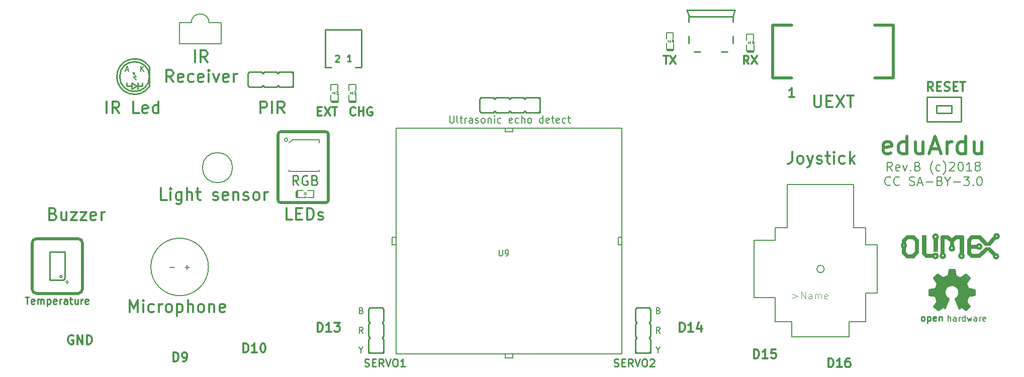
<source format=gbr>
G04 #@! TF.GenerationSoftware,KiCad,Pcbnew,6.0.0-rc1-unknown-ff6a348~66~ubuntu18.04.1*
G04 #@! TF.CreationDate,2018-12-07T10:28:44+02:00
G04 #@! TF.ProjectId,eduArdu_Rev_B,65647541-7264-4755-9f52-65765f422e6b,rev?*
G04 #@! TF.SameCoordinates,Original*
G04 #@! TF.FileFunction,Legend,Top*
G04 #@! TF.FilePolarity,Positive*
%FSLAX46Y46*%
G04 Gerber Fmt 4.6, Leading zero omitted, Abs format (unit mm)*
G04 Created by KiCad (PCBNEW 6.0.0-rc1-unknown-ff6a348~66~ubuntu18.04.1) date  7.12.2018 (пт) 10:28:44 EET*
%MOMM*%
%LPD*%
G01*
G04 APERTURE LIST*
%ADD10C,0.200000*%
%ADD11C,0.500000*%
%ADD12C,0.300000*%
%ADD13C,0.250000*%
%ADD14C,0.150000*%
%ADD15C,0.254000*%
%ADD16C,0.127000*%
%ADD17C,0.508000*%
%ADD18C,0.100000*%
%ADD19C,0.050000*%
%ADD20C,0.203200*%
%ADD21C,0.400000*%
%ADD22C,0.700000*%
%ADD23C,0.420000*%
%ADD24C,0.370000*%
%ADD25C,0.380000*%
%ADD26C,1.000000*%
%ADD27C,0.101600*%
%ADD28C,0.180000*%
G04 APERTURE END LIST*
D10*
X193971428Y-45153571D02*
X193471428Y-44439285D01*
X193114285Y-45153571D02*
X193114285Y-43653571D01*
X193685714Y-43653571D01*
X193828571Y-43725000D01*
X193900000Y-43796428D01*
X193971428Y-43939285D01*
X193971428Y-44153571D01*
X193900000Y-44296428D01*
X193828571Y-44367857D01*
X193685714Y-44439285D01*
X193114285Y-44439285D01*
X195185714Y-45082142D02*
X195042857Y-45153571D01*
X194757142Y-45153571D01*
X194614285Y-45082142D01*
X194542857Y-44939285D01*
X194542857Y-44367857D01*
X194614285Y-44225000D01*
X194757142Y-44153571D01*
X195042857Y-44153571D01*
X195185714Y-44225000D01*
X195257142Y-44367857D01*
X195257142Y-44510714D01*
X194542857Y-44653571D01*
X195757142Y-44153571D02*
X196114285Y-45153571D01*
X196471428Y-44153571D01*
X197042857Y-45010714D02*
X197114285Y-45082142D01*
X197042857Y-45153571D01*
X196971428Y-45082142D01*
X197042857Y-45010714D01*
X197042857Y-45153571D01*
X198257142Y-44367857D02*
X198471428Y-44439285D01*
X198542857Y-44510714D01*
X198614285Y-44653571D01*
X198614285Y-44867857D01*
X198542857Y-45010714D01*
X198471428Y-45082142D01*
X198328571Y-45153571D01*
X197757142Y-45153571D01*
X197757142Y-43653571D01*
X198257142Y-43653571D01*
X198400000Y-43725000D01*
X198471428Y-43796428D01*
X198542857Y-43939285D01*
X198542857Y-44082142D01*
X198471428Y-44225000D01*
X198400000Y-44296428D01*
X198257142Y-44367857D01*
X197757142Y-44367857D01*
X200828571Y-45725000D02*
X200757142Y-45653571D01*
X200614285Y-45439285D01*
X200542857Y-45296428D01*
X200471428Y-45082142D01*
X200400000Y-44725000D01*
X200400000Y-44439285D01*
X200471428Y-44082142D01*
X200542857Y-43867857D01*
X200614285Y-43725000D01*
X200757142Y-43510714D01*
X200828571Y-43439285D01*
X202042857Y-45082142D02*
X201900000Y-45153571D01*
X201614285Y-45153571D01*
X201471428Y-45082142D01*
X201400000Y-45010714D01*
X201328571Y-44867857D01*
X201328571Y-44439285D01*
X201400000Y-44296428D01*
X201471428Y-44225000D01*
X201614285Y-44153571D01*
X201900000Y-44153571D01*
X202042857Y-44225000D01*
X202542857Y-45725000D02*
X202614285Y-45653571D01*
X202757142Y-45439285D01*
X202828571Y-45296428D01*
X202900000Y-45082142D01*
X202971428Y-44725000D01*
X202971428Y-44439285D01*
X202900000Y-44082142D01*
X202828571Y-43867857D01*
X202757142Y-43725000D01*
X202614285Y-43510714D01*
X202542857Y-43439285D01*
X203614285Y-43796428D02*
X203685714Y-43725000D01*
X203828571Y-43653571D01*
X204185714Y-43653571D01*
X204328571Y-43725000D01*
X204400000Y-43796428D01*
X204471428Y-43939285D01*
X204471428Y-44082142D01*
X204400000Y-44296428D01*
X203542857Y-45153571D01*
X204471428Y-45153571D01*
X205400000Y-43653571D02*
X205542857Y-43653571D01*
X205685714Y-43725000D01*
X205757142Y-43796428D01*
X205828571Y-43939285D01*
X205900000Y-44225000D01*
X205900000Y-44582142D01*
X205828571Y-44867857D01*
X205757142Y-45010714D01*
X205685714Y-45082142D01*
X205542857Y-45153571D01*
X205400000Y-45153571D01*
X205257142Y-45082142D01*
X205185714Y-45010714D01*
X205114285Y-44867857D01*
X205042857Y-44582142D01*
X205042857Y-44225000D01*
X205114285Y-43939285D01*
X205185714Y-43796428D01*
X205257142Y-43725000D01*
X205400000Y-43653571D01*
X207328571Y-45153571D02*
X206471428Y-45153571D01*
X206900000Y-45153571D02*
X206900000Y-43653571D01*
X206757142Y-43867857D01*
X206614285Y-44010714D01*
X206471428Y-44082142D01*
X208185714Y-44296428D02*
X208042857Y-44225000D01*
X207971428Y-44153571D01*
X207900000Y-44010714D01*
X207900000Y-43939285D01*
X207971428Y-43796428D01*
X208042857Y-43725000D01*
X208185714Y-43653571D01*
X208471428Y-43653571D01*
X208614285Y-43725000D01*
X208685714Y-43796428D01*
X208757142Y-43939285D01*
X208757142Y-44010714D01*
X208685714Y-44153571D01*
X208614285Y-44225000D01*
X208471428Y-44296428D01*
X208185714Y-44296428D01*
X208042857Y-44367857D01*
X207971428Y-44439285D01*
X207900000Y-44582142D01*
X207900000Y-44867857D01*
X207971428Y-45010714D01*
X208042857Y-45082142D01*
X208185714Y-45153571D01*
X208471428Y-45153571D01*
X208614285Y-45082142D01*
X208685714Y-45010714D01*
X208757142Y-44867857D01*
X208757142Y-44582142D01*
X208685714Y-44439285D01*
X208614285Y-44367857D01*
X208471428Y-44296428D01*
X193650000Y-47460714D02*
X193578571Y-47532142D01*
X193364285Y-47603571D01*
X193221428Y-47603571D01*
X193007142Y-47532142D01*
X192864285Y-47389285D01*
X192792857Y-47246428D01*
X192721428Y-46960714D01*
X192721428Y-46746428D01*
X192792857Y-46460714D01*
X192864285Y-46317857D01*
X193007142Y-46175000D01*
X193221428Y-46103571D01*
X193364285Y-46103571D01*
X193578571Y-46175000D01*
X193650000Y-46246428D01*
X195150000Y-47460714D02*
X195078571Y-47532142D01*
X194864285Y-47603571D01*
X194721428Y-47603571D01*
X194507142Y-47532142D01*
X194364285Y-47389285D01*
X194292857Y-47246428D01*
X194221428Y-46960714D01*
X194221428Y-46746428D01*
X194292857Y-46460714D01*
X194364285Y-46317857D01*
X194507142Y-46175000D01*
X194721428Y-46103571D01*
X194864285Y-46103571D01*
X195078571Y-46175000D01*
X195150000Y-46246428D01*
X196864285Y-47532142D02*
X197078571Y-47603571D01*
X197435714Y-47603571D01*
X197578571Y-47532142D01*
X197650000Y-47460714D01*
X197721428Y-47317857D01*
X197721428Y-47175000D01*
X197650000Y-47032142D01*
X197578571Y-46960714D01*
X197435714Y-46889285D01*
X197150000Y-46817857D01*
X197007142Y-46746428D01*
X196935714Y-46675000D01*
X196864285Y-46532142D01*
X196864285Y-46389285D01*
X196935714Y-46246428D01*
X197007142Y-46175000D01*
X197150000Y-46103571D01*
X197507142Y-46103571D01*
X197721428Y-46175000D01*
X198292857Y-47175000D02*
X199007142Y-47175000D01*
X198150000Y-47603571D02*
X198650000Y-46103571D01*
X199150000Y-47603571D01*
X199650000Y-47032142D02*
X200792857Y-47032142D01*
X202007142Y-46817857D02*
X202221428Y-46889285D01*
X202292857Y-46960714D01*
X202364285Y-47103571D01*
X202364285Y-47317857D01*
X202292857Y-47460714D01*
X202221428Y-47532142D01*
X202078571Y-47603571D01*
X201507142Y-47603571D01*
X201507142Y-46103571D01*
X202007142Y-46103571D01*
X202150000Y-46175000D01*
X202221428Y-46246428D01*
X202292857Y-46389285D01*
X202292857Y-46532142D01*
X202221428Y-46675000D01*
X202150000Y-46746428D01*
X202007142Y-46817857D01*
X201507142Y-46817857D01*
X203292857Y-46889285D02*
X203292857Y-47603571D01*
X202792857Y-46103571D02*
X203292857Y-46889285D01*
X203792857Y-46103571D01*
X204292857Y-47032142D02*
X205435714Y-47032142D01*
X206007142Y-46103571D02*
X206935714Y-46103571D01*
X206435714Y-46675000D01*
X206650000Y-46675000D01*
X206792857Y-46746428D01*
X206864285Y-46817857D01*
X206935714Y-46960714D01*
X206935714Y-47317857D01*
X206864285Y-47460714D01*
X206792857Y-47532142D01*
X206650000Y-47603571D01*
X206221428Y-47603571D01*
X206078571Y-47532142D01*
X206007142Y-47460714D01*
X207578571Y-47460714D02*
X207650000Y-47532142D01*
X207578571Y-47603571D01*
X207507142Y-47532142D01*
X207578571Y-47460714D01*
X207578571Y-47603571D01*
X208578571Y-46103571D02*
X208721428Y-46103571D01*
X208864285Y-46175000D01*
X208935714Y-46246428D01*
X209007142Y-46389285D01*
X209078571Y-46675000D01*
X209078571Y-47032142D01*
X209007142Y-47317857D01*
X208935714Y-47460714D01*
X208864285Y-47532142D01*
X208721428Y-47603571D01*
X208578571Y-47603571D01*
X208435714Y-47532142D01*
X208364285Y-47460714D01*
X208292857Y-47317857D01*
X208221428Y-47032142D01*
X208221428Y-46675000D01*
X208292857Y-46389285D01*
X208364285Y-46246428D01*
X208435714Y-46175000D01*
X208578571Y-46103571D01*
D11*
X193728571Y-42114285D02*
X193442857Y-42257142D01*
X192871428Y-42257142D01*
X192585714Y-42114285D01*
X192442857Y-41828571D01*
X192442857Y-40685714D01*
X192585714Y-40400000D01*
X192871428Y-40257142D01*
X193442857Y-40257142D01*
X193728571Y-40400000D01*
X193871428Y-40685714D01*
X193871428Y-40971428D01*
X192442857Y-41257142D01*
X196442857Y-42257142D02*
X196442857Y-39257142D01*
X196442857Y-42114285D02*
X196157142Y-42257142D01*
X195585714Y-42257142D01*
X195300000Y-42114285D01*
X195157142Y-41971428D01*
X195014285Y-41685714D01*
X195014285Y-40828571D01*
X195157142Y-40542857D01*
X195300000Y-40400000D01*
X195585714Y-40257142D01*
X196157142Y-40257142D01*
X196442857Y-40400000D01*
X199157142Y-40257142D02*
X199157142Y-42257142D01*
X197871428Y-40257142D02*
X197871428Y-41828571D01*
X198014285Y-42114285D01*
X198300000Y-42257142D01*
X198728571Y-42257142D01*
X199014285Y-42114285D01*
X199157142Y-41971428D01*
X200442857Y-41400000D02*
X201871428Y-41400000D01*
X200157142Y-42257142D02*
X201157142Y-39257142D01*
X202157142Y-42257142D01*
X203157142Y-42257142D02*
X203157142Y-40257142D01*
X203157142Y-40828571D02*
X203300000Y-40542857D01*
X203442857Y-40400000D01*
X203728571Y-40257142D01*
X204014285Y-40257142D01*
X206300000Y-42257142D02*
X206300000Y-39257142D01*
X206300000Y-42114285D02*
X206014285Y-42257142D01*
X205442857Y-42257142D01*
X205157142Y-42114285D01*
X205014285Y-41971428D01*
X204871428Y-41685714D01*
X204871428Y-40828571D01*
X205014285Y-40542857D01*
X205157142Y-40400000D01*
X205442857Y-40257142D01*
X206014285Y-40257142D01*
X206300000Y-40400000D01*
X209014285Y-40257142D02*
X209014285Y-42257142D01*
X207728571Y-40257142D02*
X207728571Y-41828571D01*
X207871428Y-42114285D01*
X208157142Y-42257142D01*
X208585714Y-42257142D01*
X208871428Y-42114285D01*
X209014285Y-41971428D01*
D12*
X92904761Y-53373961D02*
X91952380Y-53373961D01*
X91952380Y-51373961D01*
X93571428Y-52326342D02*
X94238095Y-52326342D01*
X94523809Y-53373961D02*
X93571428Y-53373961D01*
X93571428Y-51373961D01*
X94523809Y-51373961D01*
X95380952Y-53373961D02*
X95380952Y-51373961D01*
X95857142Y-51373961D01*
X96142857Y-51469200D01*
X96333333Y-51659676D01*
X96428571Y-51850152D01*
X96523809Y-52231104D01*
X96523809Y-52516819D01*
X96428571Y-52897771D01*
X96333333Y-53088247D01*
X96142857Y-53278723D01*
X95857142Y-53373961D01*
X95380952Y-53373961D01*
X97285714Y-53278723D02*
X97476190Y-53373961D01*
X97857142Y-53373961D01*
X98047619Y-53278723D01*
X98142857Y-53088247D01*
X98142857Y-52993009D01*
X98047619Y-52802533D01*
X97857142Y-52707295D01*
X97571428Y-52707295D01*
X97380952Y-52612057D01*
X97285714Y-52421580D01*
X97285714Y-52326342D01*
X97380952Y-52135866D01*
X97571428Y-52040628D01*
X97857142Y-52040628D01*
X98047619Y-52135866D01*
D13*
X93911438Y-47528809D02*
X93378104Y-46766904D01*
X92997152Y-47528809D02*
X92997152Y-45928809D01*
X93606676Y-45928809D01*
X93759057Y-46005000D01*
X93835247Y-46081190D01*
X93911438Y-46233571D01*
X93911438Y-46462142D01*
X93835247Y-46614523D01*
X93759057Y-46690714D01*
X93606676Y-46766904D01*
X92997152Y-46766904D01*
X95435247Y-46005000D02*
X95282866Y-45928809D01*
X95054295Y-45928809D01*
X94825723Y-46005000D01*
X94673342Y-46157380D01*
X94597152Y-46309761D01*
X94520961Y-46614523D01*
X94520961Y-46843095D01*
X94597152Y-47147857D01*
X94673342Y-47300238D01*
X94825723Y-47452619D01*
X95054295Y-47528809D01*
X95206676Y-47528809D01*
X95435247Y-47452619D01*
X95511438Y-47376428D01*
X95511438Y-46843095D01*
X95206676Y-46843095D01*
X96730485Y-46690714D02*
X96959057Y-46766904D01*
X97035247Y-46843095D01*
X97111438Y-46995476D01*
X97111438Y-47224047D01*
X97035247Y-47376428D01*
X96959057Y-47452619D01*
X96806676Y-47528809D01*
X96197152Y-47528809D01*
X96197152Y-45928809D01*
X96730485Y-45928809D01*
X96882866Y-46005000D01*
X96959057Y-46081190D01*
X97035247Y-46233571D01*
X97035247Y-46385952D01*
X96959057Y-46538333D01*
X96882866Y-46614523D01*
X96730485Y-46690714D01*
X96197152Y-46690714D01*
D12*
X183178571Y-78178571D02*
X183178571Y-76678571D01*
X183535714Y-76678571D01*
X183750000Y-76750000D01*
X183892857Y-76892857D01*
X183964285Y-77035714D01*
X184035714Y-77321428D01*
X184035714Y-77535714D01*
X183964285Y-77821428D01*
X183892857Y-77964285D01*
X183750000Y-78107142D01*
X183535714Y-78178571D01*
X183178571Y-78178571D01*
X185464285Y-78178571D02*
X184607142Y-78178571D01*
X185035714Y-78178571D02*
X185035714Y-76678571D01*
X184892857Y-76892857D01*
X184750000Y-77035714D01*
X184607142Y-77107142D01*
X186750000Y-76678571D02*
X186464285Y-76678571D01*
X186321428Y-76750000D01*
X186250000Y-76821428D01*
X186107142Y-77035714D01*
X186035714Y-77321428D01*
X186035714Y-77892857D01*
X186107142Y-78035714D01*
X186178571Y-78107142D01*
X186321428Y-78178571D01*
X186607142Y-78178571D01*
X186750000Y-78107142D01*
X186821428Y-78035714D01*
X186892857Y-77892857D01*
X186892857Y-77535714D01*
X186821428Y-77392857D01*
X186750000Y-77321428D01*
X186607142Y-77250000D01*
X186321428Y-77250000D01*
X186178571Y-77321428D01*
X186107142Y-77392857D01*
X186035714Y-77535714D01*
X170678571Y-76678571D02*
X170678571Y-75178571D01*
X171035714Y-75178571D01*
X171250000Y-75250000D01*
X171392857Y-75392857D01*
X171464285Y-75535714D01*
X171535714Y-75821428D01*
X171535714Y-76035714D01*
X171464285Y-76321428D01*
X171392857Y-76464285D01*
X171250000Y-76607142D01*
X171035714Y-76678571D01*
X170678571Y-76678571D01*
X172964285Y-76678571D02*
X172107142Y-76678571D01*
X172535714Y-76678571D02*
X172535714Y-75178571D01*
X172392857Y-75392857D01*
X172250000Y-75535714D01*
X172107142Y-75607142D01*
X174321428Y-75178571D02*
X173607142Y-75178571D01*
X173535714Y-75892857D01*
X173607142Y-75821428D01*
X173750000Y-75750000D01*
X174107142Y-75750000D01*
X174250000Y-75821428D01*
X174321428Y-75892857D01*
X174392857Y-76035714D01*
X174392857Y-76392857D01*
X174321428Y-76535714D01*
X174250000Y-76607142D01*
X174107142Y-76678571D01*
X173750000Y-76678571D01*
X173607142Y-76607142D01*
X173535714Y-76535714D01*
X158178571Y-72178571D02*
X158178571Y-70678571D01*
X158535714Y-70678571D01*
X158750000Y-70750000D01*
X158892857Y-70892857D01*
X158964285Y-71035714D01*
X159035714Y-71321428D01*
X159035714Y-71535714D01*
X158964285Y-71821428D01*
X158892857Y-71964285D01*
X158750000Y-72107142D01*
X158535714Y-72178571D01*
X158178571Y-72178571D01*
X160464285Y-72178571D02*
X159607142Y-72178571D01*
X160035714Y-72178571D02*
X160035714Y-70678571D01*
X159892857Y-70892857D01*
X159750000Y-71035714D01*
X159607142Y-71107142D01*
X161750000Y-71178571D02*
X161750000Y-72178571D01*
X161392857Y-70607142D02*
X161035714Y-71678571D01*
X161964285Y-71678571D01*
X97178571Y-72178571D02*
X97178571Y-70678571D01*
X97535714Y-70678571D01*
X97750000Y-70750000D01*
X97892857Y-70892857D01*
X97964285Y-71035714D01*
X98035714Y-71321428D01*
X98035714Y-71535714D01*
X97964285Y-71821428D01*
X97892857Y-71964285D01*
X97750000Y-72107142D01*
X97535714Y-72178571D01*
X97178571Y-72178571D01*
X99464285Y-72178571D02*
X98607142Y-72178571D01*
X99035714Y-72178571D02*
X99035714Y-70678571D01*
X98892857Y-70892857D01*
X98750000Y-71035714D01*
X98607142Y-71107142D01*
X99964285Y-70678571D02*
X100892857Y-70678571D01*
X100392857Y-71250000D01*
X100607142Y-71250000D01*
X100750000Y-71321428D01*
X100821428Y-71392857D01*
X100892857Y-71535714D01*
X100892857Y-71892857D01*
X100821428Y-72035714D01*
X100750000Y-72107142D01*
X100607142Y-72178571D01*
X100178571Y-72178571D01*
X100035714Y-72107142D01*
X99964285Y-72035714D01*
X84678571Y-75678571D02*
X84678571Y-74178571D01*
X85035714Y-74178571D01*
X85250000Y-74250000D01*
X85392857Y-74392857D01*
X85464285Y-74535714D01*
X85535714Y-74821428D01*
X85535714Y-75035714D01*
X85464285Y-75321428D01*
X85392857Y-75464285D01*
X85250000Y-75607142D01*
X85035714Y-75678571D01*
X84678571Y-75678571D01*
X86964285Y-75678571D02*
X86107142Y-75678571D01*
X86535714Y-75678571D02*
X86535714Y-74178571D01*
X86392857Y-74392857D01*
X86250000Y-74535714D01*
X86107142Y-74607142D01*
X87892857Y-74178571D02*
X88035714Y-74178571D01*
X88178571Y-74250000D01*
X88250000Y-74321428D01*
X88321428Y-74464285D01*
X88392857Y-74750000D01*
X88392857Y-75107142D01*
X88321428Y-75392857D01*
X88250000Y-75535714D01*
X88178571Y-75607142D01*
X88035714Y-75678571D01*
X87892857Y-75678571D01*
X87750000Y-75607142D01*
X87678571Y-75535714D01*
X87607142Y-75392857D01*
X87535714Y-75107142D01*
X87535714Y-74750000D01*
X87607142Y-74464285D01*
X87678571Y-74321428D01*
X87750000Y-74250000D01*
X87892857Y-74178571D01*
X72892857Y-77178571D02*
X72892857Y-75678571D01*
X73250000Y-75678571D01*
X73464285Y-75750000D01*
X73607142Y-75892857D01*
X73678571Y-76035714D01*
X73750000Y-76321428D01*
X73750000Y-76535714D01*
X73678571Y-76821428D01*
X73607142Y-76964285D01*
X73464285Y-77107142D01*
X73250000Y-77178571D01*
X72892857Y-77178571D01*
X74464285Y-77178571D02*
X74750000Y-77178571D01*
X74892857Y-77107142D01*
X74964285Y-77035714D01*
X75107142Y-76821428D01*
X75178571Y-76535714D01*
X75178571Y-75964285D01*
X75107142Y-75821428D01*
X75035714Y-75750000D01*
X74892857Y-75678571D01*
X74607142Y-75678571D01*
X74464285Y-75750000D01*
X74392857Y-75821428D01*
X74321428Y-75964285D01*
X74321428Y-76321428D01*
X74392857Y-76464285D01*
X74464285Y-76535714D01*
X74607142Y-76607142D01*
X74892857Y-76607142D01*
X75035714Y-76535714D01*
X75107142Y-76464285D01*
X75178571Y-76321428D01*
X56001942Y-72877400D02*
X55859085Y-72805971D01*
X55644800Y-72805971D01*
X55430514Y-72877400D01*
X55287657Y-73020257D01*
X55216228Y-73163114D01*
X55144800Y-73448828D01*
X55144800Y-73663114D01*
X55216228Y-73948828D01*
X55287657Y-74091685D01*
X55430514Y-74234542D01*
X55644800Y-74305971D01*
X55787657Y-74305971D01*
X56001942Y-74234542D01*
X56073371Y-74163114D01*
X56073371Y-73663114D01*
X55787657Y-73663114D01*
X56716228Y-74305971D02*
X56716228Y-72805971D01*
X57573371Y-74305971D01*
X57573371Y-72805971D01*
X58287657Y-74305971D02*
X58287657Y-72805971D01*
X58644800Y-72805971D01*
X58859085Y-72877400D01*
X59001942Y-73020257D01*
X59073371Y-73163114D01*
X59144800Y-73448828D01*
X59144800Y-73663114D01*
X59073371Y-73948828D01*
X59001942Y-74091685D01*
X58859085Y-74234542D01*
X58644800Y-74305971D01*
X58287657Y-74305971D01*
D11*
X49785477Y-65746331D02*
G75*
G02X49078371Y-65039225I0J707106D01*
G01*
X49078370Y-57261051D02*
X49078370Y-65039225D01*
X56856545Y-65746332D02*
X49785477Y-65746332D01*
X57563651Y-65039225D02*
G75*
G02X56856545Y-65746331I-707106J0D01*
G01*
X49078371Y-57261051D02*
G75*
G02X49785477Y-56553945I707106J0D01*
G01*
X56856545Y-56553946D02*
G75*
G02X57563650Y-57261051I0J-707105D01*
G01*
X57563651Y-57261051D02*
X57563651Y-65039225D01*
X49785477Y-56553944D02*
X56856545Y-56553944D01*
D13*
X47909400Y-66340857D02*
X48595114Y-66340857D01*
X48252257Y-67540857D02*
X48252257Y-66340857D01*
X49452257Y-67483714D02*
X49337971Y-67540857D01*
X49109400Y-67540857D01*
X48995114Y-67483714D01*
X48937971Y-67369428D01*
X48937971Y-66912285D01*
X48995114Y-66798000D01*
X49109400Y-66740857D01*
X49337971Y-66740857D01*
X49452257Y-66798000D01*
X49509400Y-66912285D01*
X49509400Y-67026571D01*
X48937971Y-67140857D01*
X50023685Y-67540857D02*
X50023685Y-66740857D01*
X50023685Y-66855142D02*
X50080828Y-66798000D01*
X50195114Y-66740857D01*
X50366542Y-66740857D01*
X50480828Y-66798000D01*
X50537971Y-66912285D01*
X50537971Y-67540857D01*
X50537971Y-66912285D02*
X50595114Y-66798000D01*
X50709400Y-66740857D01*
X50880828Y-66740857D01*
X50995114Y-66798000D01*
X51052257Y-66912285D01*
X51052257Y-67540857D01*
X51623685Y-66740857D02*
X51623685Y-67940857D01*
X51623685Y-66798000D02*
X51737971Y-66740857D01*
X51966542Y-66740857D01*
X52080828Y-66798000D01*
X52137971Y-66855142D01*
X52195114Y-66969428D01*
X52195114Y-67312285D01*
X52137971Y-67426571D01*
X52080828Y-67483714D01*
X51966542Y-67540857D01*
X51737971Y-67540857D01*
X51623685Y-67483714D01*
X53166542Y-67483714D02*
X53052257Y-67540857D01*
X52823685Y-67540857D01*
X52709400Y-67483714D01*
X52652257Y-67369428D01*
X52652257Y-66912285D01*
X52709400Y-66798000D01*
X52823685Y-66740857D01*
X53052257Y-66740857D01*
X53166542Y-66798000D01*
X53223685Y-66912285D01*
X53223685Y-67026571D01*
X52652257Y-67140857D01*
X53737971Y-67540857D02*
X53737971Y-66740857D01*
X53737971Y-66969428D02*
X53795114Y-66855142D01*
X53852257Y-66798000D01*
X53966542Y-66740857D01*
X54080828Y-66740857D01*
X54995114Y-67540857D02*
X54995114Y-66912285D01*
X54937971Y-66798000D01*
X54823685Y-66740857D01*
X54595114Y-66740857D01*
X54480828Y-66798000D01*
X54995114Y-67483714D02*
X54880828Y-67540857D01*
X54595114Y-67540857D01*
X54480828Y-67483714D01*
X54423685Y-67369428D01*
X54423685Y-67255142D01*
X54480828Y-67140857D01*
X54595114Y-67083714D01*
X54880828Y-67083714D01*
X54995114Y-67026571D01*
X55395114Y-66740857D02*
X55852257Y-66740857D01*
X55566542Y-66340857D02*
X55566542Y-67369428D01*
X55623685Y-67483714D01*
X55737971Y-67540857D01*
X55852257Y-67540857D01*
X56766542Y-66740857D02*
X56766542Y-67540857D01*
X56252257Y-66740857D02*
X56252257Y-67369428D01*
X56309400Y-67483714D01*
X56423685Y-67540857D01*
X56595114Y-67540857D01*
X56709400Y-67483714D01*
X56766542Y-67426571D01*
X57337971Y-67540857D02*
X57337971Y-66740857D01*
X57337971Y-66969428D02*
X57395114Y-66855142D01*
X57452257Y-66798000D01*
X57566542Y-66740857D01*
X57680828Y-66740857D01*
X58537971Y-67483714D02*
X58423685Y-67540857D01*
X58195114Y-67540857D01*
X58080828Y-67483714D01*
X58023685Y-67369428D01*
X58023685Y-66912285D01*
X58080828Y-66798000D01*
X58195114Y-66740857D01*
X58423685Y-66740857D01*
X58537971Y-66798000D01*
X58595114Y-66912285D01*
X58595114Y-67026571D01*
X58023685Y-67140857D01*
D11*
X99000000Y-50000000D02*
G75*
G02X98500000Y-50500000I-500000J0D01*
G01*
X91000000Y-50500000D02*
G75*
G02X90500000Y-50000000I0J500000D01*
G01*
X98500000Y-50500000D02*
X91000000Y-50500000D01*
X99000000Y-39000000D02*
X99000000Y-50000000D01*
X90500000Y-39000000D02*
X90500000Y-50000000D01*
X98500000Y-38500000D02*
G75*
G02X99000000Y-39000000I0J-500000D01*
G01*
X90500000Y-39000000D02*
G75*
G02X91000000Y-38500000I500000J0D01*
G01*
X91000000Y-38500000D02*
X98500000Y-38500000D01*
D12*
X177095238Y-41904761D02*
X177095238Y-43333333D01*
X177000000Y-43619047D01*
X176809523Y-43809523D01*
X176523809Y-43904761D01*
X176333333Y-43904761D01*
X178333333Y-43904761D02*
X178142857Y-43809523D01*
X178047619Y-43714285D01*
X177952380Y-43523809D01*
X177952380Y-42952380D01*
X178047619Y-42761904D01*
X178142857Y-42666666D01*
X178333333Y-42571428D01*
X178619047Y-42571428D01*
X178809523Y-42666666D01*
X178904761Y-42761904D01*
X179000000Y-42952380D01*
X179000000Y-43523809D01*
X178904761Y-43714285D01*
X178809523Y-43809523D01*
X178619047Y-43904761D01*
X178333333Y-43904761D01*
X179666666Y-42571428D02*
X180142857Y-43904761D01*
X180619047Y-42571428D02*
X180142857Y-43904761D01*
X179952380Y-44380952D01*
X179857142Y-44476190D01*
X179666666Y-44571428D01*
X181285714Y-43809523D02*
X181476190Y-43904761D01*
X181857142Y-43904761D01*
X182047619Y-43809523D01*
X182142857Y-43619047D01*
X182142857Y-43523809D01*
X182047619Y-43333333D01*
X181857142Y-43238095D01*
X181571428Y-43238095D01*
X181380952Y-43142857D01*
X181285714Y-42952380D01*
X181285714Y-42857142D01*
X181380952Y-42666666D01*
X181571428Y-42571428D01*
X181857142Y-42571428D01*
X182047619Y-42666666D01*
X182714285Y-42571428D02*
X183476190Y-42571428D01*
X183000000Y-41904761D02*
X183000000Y-43619047D01*
X183095238Y-43809523D01*
X183285714Y-43904761D01*
X183476190Y-43904761D01*
X184142857Y-43904761D02*
X184142857Y-42571428D01*
X184142857Y-41904761D02*
X184047619Y-42000000D01*
X184142857Y-42095238D01*
X184238095Y-42000000D01*
X184142857Y-41904761D01*
X184142857Y-42095238D01*
X185952380Y-43809523D02*
X185761904Y-43904761D01*
X185380952Y-43904761D01*
X185190476Y-43809523D01*
X185095238Y-43714285D01*
X185000000Y-43523809D01*
X185000000Y-42952380D01*
X185095238Y-42761904D01*
X185190476Y-42666666D01*
X185380952Y-42571428D01*
X185761904Y-42571428D01*
X185952380Y-42666666D01*
X186809523Y-43904761D02*
X186809523Y-41904761D01*
X187000000Y-43142857D02*
X187571428Y-43904761D01*
X187571428Y-42571428D02*
X186809523Y-43333333D01*
D10*
X119414285Y-35842857D02*
X119414285Y-36814285D01*
X119471428Y-36928571D01*
X119528571Y-36985714D01*
X119642857Y-37042857D01*
X119871428Y-37042857D01*
X119985714Y-36985714D01*
X120042857Y-36928571D01*
X120100000Y-36814285D01*
X120100000Y-35842857D01*
X120842857Y-37042857D02*
X120728571Y-36985714D01*
X120671428Y-36871428D01*
X120671428Y-35842857D01*
X121128571Y-36242857D02*
X121585714Y-36242857D01*
X121300000Y-35842857D02*
X121300000Y-36871428D01*
X121357142Y-36985714D01*
X121471428Y-37042857D01*
X121585714Y-37042857D01*
X121985714Y-37042857D02*
X121985714Y-36242857D01*
X121985714Y-36471428D02*
X122042857Y-36357142D01*
X122100000Y-36300000D01*
X122214285Y-36242857D01*
X122328571Y-36242857D01*
X123242857Y-37042857D02*
X123242857Y-36414285D01*
X123185714Y-36300000D01*
X123071428Y-36242857D01*
X122842857Y-36242857D01*
X122728571Y-36300000D01*
X123242857Y-36985714D02*
X123128571Y-37042857D01*
X122842857Y-37042857D01*
X122728571Y-36985714D01*
X122671428Y-36871428D01*
X122671428Y-36757142D01*
X122728571Y-36642857D01*
X122842857Y-36585714D01*
X123128571Y-36585714D01*
X123242857Y-36528571D01*
X123757142Y-36985714D02*
X123871428Y-37042857D01*
X124100000Y-37042857D01*
X124214285Y-36985714D01*
X124271428Y-36871428D01*
X124271428Y-36814285D01*
X124214285Y-36700000D01*
X124100000Y-36642857D01*
X123928571Y-36642857D01*
X123814285Y-36585714D01*
X123757142Y-36471428D01*
X123757142Y-36414285D01*
X123814285Y-36300000D01*
X123928571Y-36242857D01*
X124100000Y-36242857D01*
X124214285Y-36300000D01*
X124957142Y-37042857D02*
X124842857Y-36985714D01*
X124785714Y-36928571D01*
X124728571Y-36814285D01*
X124728571Y-36471428D01*
X124785714Y-36357142D01*
X124842857Y-36300000D01*
X124957142Y-36242857D01*
X125128571Y-36242857D01*
X125242857Y-36300000D01*
X125300000Y-36357142D01*
X125357142Y-36471428D01*
X125357142Y-36814285D01*
X125300000Y-36928571D01*
X125242857Y-36985714D01*
X125128571Y-37042857D01*
X124957142Y-37042857D01*
X125871428Y-36242857D02*
X125871428Y-37042857D01*
X125871428Y-36357142D02*
X125928571Y-36300000D01*
X126042857Y-36242857D01*
X126214285Y-36242857D01*
X126328571Y-36300000D01*
X126385714Y-36414285D01*
X126385714Y-37042857D01*
X126957142Y-37042857D02*
X126957142Y-36242857D01*
X126957142Y-35842857D02*
X126900000Y-35900000D01*
X126957142Y-35957142D01*
X127014285Y-35900000D01*
X126957142Y-35842857D01*
X126957142Y-35957142D01*
X128042857Y-36985714D02*
X127928571Y-37042857D01*
X127700000Y-37042857D01*
X127585714Y-36985714D01*
X127528571Y-36928571D01*
X127471428Y-36814285D01*
X127471428Y-36471428D01*
X127528571Y-36357142D01*
X127585714Y-36300000D01*
X127700000Y-36242857D01*
X127928571Y-36242857D01*
X128042857Y-36300000D01*
X129928571Y-36985714D02*
X129814285Y-37042857D01*
X129585714Y-37042857D01*
X129471428Y-36985714D01*
X129414285Y-36871428D01*
X129414285Y-36414285D01*
X129471428Y-36300000D01*
X129585714Y-36242857D01*
X129814285Y-36242857D01*
X129928571Y-36300000D01*
X129985714Y-36414285D01*
X129985714Y-36528571D01*
X129414285Y-36642857D01*
X131014285Y-36985714D02*
X130900000Y-37042857D01*
X130671428Y-37042857D01*
X130557142Y-36985714D01*
X130500000Y-36928571D01*
X130442857Y-36814285D01*
X130442857Y-36471428D01*
X130500000Y-36357142D01*
X130557142Y-36300000D01*
X130671428Y-36242857D01*
X130900000Y-36242857D01*
X131014285Y-36300000D01*
X131528571Y-37042857D02*
X131528571Y-35842857D01*
X132042857Y-37042857D02*
X132042857Y-36414285D01*
X131985714Y-36300000D01*
X131871428Y-36242857D01*
X131700000Y-36242857D01*
X131585714Y-36300000D01*
X131528571Y-36357142D01*
X132785714Y-37042857D02*
X132671428Y-36985714D01*
X132614285Y-36928571D01*
X132557142Y-36814285D01*
X132557142Y-36471428D01*
X132614285Y-36357142D01*
X132671428Y-36300000D01*
X132785714Y-36242857D01*
X132957142Y-36242857D01*
X133071428Y-36300000D01*
X133128571Y-36357142D01*
X133185714Y-36471428D01*
X133185714Y-36814285D01*
X133128571Y-36928571D01*
X133071428Y-36985714D01*
X132957142Y-37042857D01*
X132785714Y-37042857D01*
X135128571Y-37042857D02*
X135128571Y-35842857D01*
X135128571Y-36985714D02*
X135014285Y-37042857D01*
X134785714Y-37042857D01*
X134671428Y-36985714D01*
X134614285Y-36928571D01*
X134557142Y-36814285D01*
X134557142Y-36471428D01*
X134614285Y-36357142D01*
X134671428Y-36300000D01*
X134785714Y-36242857D01*
X135014285Y-36242857D01*
X135128571Y-36300000D01*
X136157142Y-36985714D02*
X136042857Y-37042857D01*
X135814285Y-37042857D01*
X135700000Y-36985714D01*
X135642857Y-36871428D01*
X135642857Y-36414285D01*
X135700000Y-36300000D01*
X135814285Y-36242857D01*
X136042857Y-36242857D01*
X136157142Y-36300000D01*
X136214285Y-36414285D01*
X136214285Y-36528571D01*
X135642857Y-36642857D01*
X136557142Y-36242857D02*
X137014285Y-36242857D01*
X136728571Y-35842857D02*
X136728571Y-36871428D01*
X136785714Y-36985714D01*
X136900000Y-37042857D01*
X137014285Y-37042857D01*
X137871428Y-36985714D02*
X137757142Y-37042857D01*
X137528571Y-37042857D01*
X137414285Y-36985714D01*
X137357142Y-36871428D01*
X137357142Y-36414285D01*
X137414285Y-36300000D01*
X137528571Y-36242857D01*
X137757142Y-36242857D01*
X137871428Y-36300000D01*
X137928571Y-36414285D01*
X137928571Y-36528571D01*
X137357142Y-36642857D01*
X138957142Y-36985714D02*
X138842857Y-37042857D01*
X138614285Y-37042857D01*
X138500000Y-36985714D01*
X138442857Y-36928571D01*
X138385714Y-36814285D01*
X138385714Y-36471428D01*
X138442857Y-36357142D01*
X138500000Y-36300000D01*
X138614285Y-36242857D01*
X138842857Y-36242857D01*
X138957142Y-36300000D01*
X139300000Y-36242857D02*
X139757142Y-36242857D01*
X139471428Y-35842857D02*
X139471428Y-36871428D01*
X139528571Y-36985714D01*
X139642857Y-37042857D01*
X139757142Y-37042857D01*
D12*
X103515800Y-35671800D02*
X103449133Y-35738466D01*
X103249133Y-35805133D01*
X103115800Y-35805133D01*
X102915800Y-35738466D01*
X102782466Y-35605133D01*
X102715800Y-35471800D01*
X102649133Y-35205133D01*
X102649133Y-35005133D01*
X102715800Y-34738466D01*
X102782466Y-34605133D01*
X102915800Y-34471800D01*
X103115800Y-34405133D01*
X103249133Y-34405133D01*
X103449133Y-34471800D01*
X103515800Y-34538466D01*
X104115800Y-35805133D02*
X104115800Y-34405133D01*
X104115800Y-35071800D02*
X104915800Y-35071800D01*
X104915800Y-35805133D02*
X104915800Y-34405133D01*
X106315800Y-34471800D02*
X106182466Y-34405133D01*
X105982466Y-34405133D01*
X105782466Y-34471800D01*
X105649133Y-34605133D01*
X105582466Y-34738466D01*
X105515800Y-35005133D01*
X105515800Y-35205133D01*
X105582466Y-35471800D01*
X105649133Y-35605133D01*
X105782466Y-35738466D01*
X105982466Y-35805133D01*
X106115800Y-35805133D01*
X106315800Y-35738466D01*
X106382466Y-35671800D01*
X106382466Y-35205133D01*
X106115800Y-35205133D01*
X97224600Y-35071800D02*
X97691266Y-35071800D01*
X97891266Y-35805133D02*
X97224600Y-35805133D01*
X97224600Y-34405133D01*
X97891266Y-34405133D01*
X98357933Y-34405133D02*
X99291266Y-35805133D01*
X99291266Y-34405133D02*
X98357933Y-35805133D01*
X99624600Y-34405133D02*
X100424600Y-34405133D01*
X100024600Y-35805133D02*
X100024600Y-34405133D01*
X169766666Y-27133333D02*
X169300000Y-26466666D01*
X168966666Y-27133333D02*
X168966666Y-25733333D01*
X169500000Y-25733333D01*
X169633333Y-25800000D01*
X169700000Y-25866666D01*
X169766666Y-26000000D01*
X169766666Y-26200000D01*
X169700000Y-26333333D01*
X169633333Y-26400000D01*
X169500000Y-26466666D01*
X168966666Y-26466666D01*
X170233333Y-25733333D02*
X171166666Y-27133333D01*
X171166666Y-25733333D02*
X170233333Y-27133333D01*
X155433333Y-25733333D02*
X156233333Y-25733333D01*
X155833333Y-27133333D02*
X155833333Y-25733333D01*
X156566666Y-25733333D02*
X157500000Y-27133333D01*
X157500000Y-25733333D02*
X156566666Y-27133333D01*
X200821428Y-31678571D02*
X200321428Y-30964285D01*
X199964285Y-31678571D02*
X199964285Y-30178571D01*
X200535714Y-30178571D01*
X200678571Y-30250000D01*
X200750000Y-30321428D01*
X200821428Y-30464285D01*
X200821428Y-30678571D01*
X200750000Y-30821428D01*
X200678571Y-30892857D01*
X200535714Y-30964285D01*
X199964285Y-30964285D01*
X201464285Y-30892857D02*
X201964285Y-30892857D01*
X202178571Y-31678571D02*
X201464285Y-31678571D01*
X201464285Y-30178571D01*
X202178571Y-30178571D01*
X202750000Y-31607142D02*
X202964285Y-31678571D01*
X203321428Y-31678571D01*
X203464285Y-31607142D01*
X203535714Y-31535714D01*
X203607142Y-31392857D01*
X203607142Y-31250000D01*
X203535714Y-31107142D01*
X203464285Y-31035714D01*
X203321428Y-30964285D01*
X203035714Y-30892857D01*
X202892857Y-30821428D01*
X202821428Y-30750000D01*
X202750000Y-30607142D01*
X202750000Y-30464285D01*
X202821428Y-30321428D01*
X202892857Y-30250000D01*
X203035714Y-30178571D01*
X203392857Y-30178571D01*
X203607142Y-30250000D01*
X204250000Y-30892857D02*
X204750000Y-30892857D01*
X204964285Y-31678571D02*
X204250000Y-31678571D01*
X204250000Y-30178571D01*
X204964285Y-30178571D01*
X205392857Y-30178571D02*
X206250000Y-30178571D01*
X205821428Y-31678571D02*
X205821428Y-30178571D01*
X177428571Y-32678571D02*
X176571428Y-32678571D01*
X177000000Y-32678571D02*
X177000000Y-31178571D01*
X176857142Y-31392857D01*
X176714285Y-31535714D01*
X176571428Y-31607142D01*
X180809523Y-32404761D02*
X180809523Y-34023809D01*
X180904761Y-34214285D01*
X181000000Y-34309523D01*
X181190476Y-34404761D01*
X181571428Y-34404761D01*
X181761904Y-34309523D01*
X181857142Y-34214285D01*
X181952380Y-34023809D01*
X181952380Y-32404761D01*
X182904761Y-33357142D02*
X183571428Y-33357142D01*
X183857142Y-34404761D02*
X182904761Y-34404761D01*
X182904761Y-32404761D01*
X183857142Y-32404761D01*
X184523809Y-32404761D02*
X185857142Y-34404761D01*
X185857142Y-32404761D02*
X184523809Y-34404761D01*
X186333333Y-32404761D02*
X187476190Y-32404761D01*
X186904761Y-34404761D02*
X186904761Y-32404761D01*
X87500000Y-35404761D02*
X87500000Y-33404761D01*
X88261904Y-33404761D01*
X88452380Y-33500000D01*
X88547619Y-33595238D01*
X88642857Y-33785714D01*
X88642857Y-34071428D01*
X88547619Y-34261904D01*
X88452380Y-34357142D01*
X88261904Y-34452380D01*
X87500000Y-34452380D01*
X89500000Y-35404761D02*
X89500000Y-33404761D01*
X91595238Y-35404761D02*
X90928571Y-34452380D01*
X90452380Y-35404761D02*
X90452380Y-33404761D01*
X91214285Y-33404761D01*
X91404761Y-33500000D01*
X91500000Y-33595238D01*
X91595238Y-33785714D01*
X91595238Y-34071428D01*
X91500000Y-34261904D01*
X91404761Y-34357142D01*
X91214285Y-34452380D01*
X90452380Y-34452380D01*
X76515600Y-26831961D02*
X76515600Y-24831961D01*
X78610838Y-26831961D02*
X77944171Y-25879580D01*
X77467980Y-26831961D02*
X77467980Y-24831961D01*
X78229885Y-24831961D01*
X78420361Y-24927200D01*
X78515600Y-25022438D01*
X78610838Y-25212914D01*
X78610838Y-25498628D01*
X78515600Y-25689104D01*
X78420361Y-25784342D01*
X78229885Y-25879580D01*
X77467980Y-25879580D01*
X72848933Y-30131961D02*
X72182266Y-29179580D01*
X71706076Y-30131961D02*
X71706076Y-28131961D01*
X72467980Y-28131961D01*
X72658457Y-28227200D01*
X72753695Y-28322438D01*
X72848933Y-28512914D01*
X72848933Y-28798628D01*
X72753695Y-28989104D01*
X72658457Y-29084342D01*
X72467980Y-29179580D01*
X71706076Y-29179580D01*
X74467980Y-30036723D02*
X74277504Y-30131961D01*
X73896552Y-30131961D01*
X73706076Y-30036723D01*
X73610838Y-29846247D01*
X73610838Y-29084342D01*
X73706076Y-28893866D01*
X73896552Y-28798628D01*
X74277504Y-28798628D01*
X74467980Y-28893866D01*
X74563219Y-29084342D01*
X74563219Y-29274819D01*
X73610838Y-29465295D01*
X76277504Y-30036723D02*
X76087028Y-30131961D01*
X75706076Y-30131961D01*
X75515600Y-30036723D01*
X75420361Y-29941485D01*
X75325123Y-29751009D01*
X75325123Y-29179580D01*
X75420361Y-28989104D01*
X75515600Y-28893866D01*
X75706076Y-28798628D01*
X76087028Y-28798628D01*
X76277504Y-28893866D01*
X77896552Y-30036723D02*
X77706076Y-30131961D01*
X77325123Y-30131961D01*
X77134647Y-30036723D01*
X77039409Y-29846247D01*
X77039409Y-29084342D01*
X77134647Y-28893866D01*
X77325123Y-28798628D01*
X77706076Y-28798628D01*
X77896552Y-28893866D01*
X77991790Y-29084342D01*
X77991790Y-29274819D01*
X77039409Y-29465295D01*
X78848933Y-30131961D02*
X78848933Y-28798628D01*
X78848933Y-28131961D02*
X78753695Y-28227200D01*
X78848933Y-28322438D01*
X78944171Y-28227200D01*
X78848933Y-28131961D01*
X78848933Y-28322438D01*
X79610838Y-28798628D02*
X80087028Y-30131961D01*
X80563219Y-28798628D01*
X82087028Y-30036723D02*
X81896552Y-30131961D01*
X81515600Y-30131961D01*
X81325123Y-30036723D01*
X81229885Y-29846247D01*
X81229885Y-29084342D01*
X81325123Y-28893866D01*
X81515600Y-28798628D01*
X81896552Y-28798628D01*
X82087028Y-28893866D01*
X82182266Y-29084342D01*
X82182266Y-29274819D01*
X81229885Y-29465295D01*
X83039409Y-30131961D02*
X83039409Y-28798628D01*
X83039409Y-29179580D02*
X83134647Y-28989104D01*
X83229885Y-28893866D01*
X83420361Y-28798628D01*
X83610838Y-28798628D01*
X61666666Y-35404761D02*
X61666666Y-33404761D01*
X63761904Y-35404761D02*
X63095238Y-34452380D01*
X62619047Y-35404761D02*
X62619047Y-33404761D01*
X63380952Y-33404761D01*
X63571428Y-33500000D01*
X63666666Y-33595238D01*
X63761904Y-33785714D01*
X63761904Y-34071428D01*
X63666666Y-34261904D01*
X63571428Y-34357142D01*
X63380952Y-34452380D01*
X62619047Y-34452380D01*
X67095238Y-35404761D02*
X66142857Y-35404761D01*
X66142857Y-33404761D01*
X68523809Y-35309523D02*
X68333333Y-35404761D01*
X67952380Y-35404761D01*
X67761904Y-35309523D01*
X67666666Y-35119047D01*
X67666666Y-34357142D01*
X67761904Y-34166666D01*
X67952380Y-34071428D01*
X68333333Y-34071428D01*
X68523809Y-34166666D01*
X68619047Y-34357142D01*
X68619047Y-34547619D01*
X67666666Y-34738095D01*
X70333333Y-35404761D02*
X70333333Y-33404761D01*
X70333333Y-35309523D02*
X70142857Y-35404761D01*
X69761904Y-35404761D01*
X69571428Y-35309523D01*
X69476190Y-35214285D01*
X69380952Y-35023809D01*
X69380952Y-34452380D01*
X69476190Y-34261904D01*
X69571428Y-34166666D01*
X69761904Y-34071428D01*
X70142857Y-34071428D01*
X70333333Y-34166666D01*
X52642857Y-52357142D02*
X52928571Y-52452380D01*
X53023809Y-52547619D01*
X53119047Y-52738095D01*
X53119047Y-53023809D01*
X53023809Y-53214285D01*
X52928571Y-53309523D01*
X52738095Y-53404761D01*
X51976190Y-53404761D01*
X51976190Y-51404761D01*
X52642857Y-51404761D01*
X52833333Y-51500000D01*
X52928571Y-51595238D01*
X53023809Y-51785714D01*
X53023809Y-51976190D01*
X52928571Y-52166666D01*
X52833333Y-52261904D01*
X52642857Y-52357142D01*
X51976190Y-52357142D01*
X54833333Y-52071428D02*
X54833333Y-53404761D01*
X53976190Y-52071428D02*
X53976190Y-53119047D01*
X54071428Y-53309523D01*
X54261904Y-53404761D01*
X54547619Y-53404761D01*
X54738095Y-53309523D01*
X54833333Y-53214285D01*
X55595238Y-52071428D02*
X56642857Y-52071428D01*
X55595238Y-53404761D01*
X56642857Y-53404761D01*
X57214285Y-52071428D02*
X58261904Y-52071428D01*
X57214285Y-53404761D01*
X58261904Y-53404761D01*
X59785714Y-53309523D02*
X59595238Y-53404761D01*
X59214285Y-53404761D01*
X59023809Y-53309523D01*
X58928571Y-53119047D01*
X58928571Y-52357142D01*
X59023809Y-52166666D01*
X59214285Y-52071428D01*
X59595238Y-52071428D01*
X59785714Y-52166666D01*
X59880952Y-52357142D01*
X59880952Y-52547619D01*
X58928571Y-52738095D01*
X60738095Y-53404761D02*
X60738095Y-52071428D01*
X60738095Y-52452380D02*
X60833333Y-52261904D01*
X60928571Y-52166666D01*
X61119047Y-52071428D01*
X61309523Y-52071428D01*
X65500000Y-68904761D02*
X65500000Y-66904761D01*
X66166666Y-68333333D01*
X66833333Y-66904761D01*
X66833333Y-68904761D01*
X67785714Y-68904761D02*
X67785714Y-67571428D01*
X67785714Y-66904761D02*
X67690476Y-67000000D01*
X67785714Y-67095238D01*
X67880952Y-67000000D01*
X67785714Y-66904761D01*
X67785714Y-67095238D01*
X69595238Y-68809523D02*
X69404761Y-68904761D01*
X69023809Y-68904761D01*
X68833333Y-68809523D01*
X68738095Y-68714285D01*
X68642857Y-68523809D01*
X68642857Y-67952380D01*
X68738095Y-67761904D01*
X68833333Y-67666666D01*
X69023809Y-67571428D01*
X69404761Y-67571428D01*
X69595238Y-67666666D01*
X70452380Y-68904761D02*
X70452380Y-67571428D01*
X70452380Y-67952380D02*
X70547619Y-67761904D01*
X70642857Y-67666666D01*
X70833333Y-67571428D01*
X71023809Y-67571428D01*
X71976190Y-68904761D02*
X71785714Y-68809523D01*
X71690476Y-68714285D01*
X71595238Y-68523809D01*
X71595238Y-67952380D01*
X71690476Y-67761904D01*
X71785714Y-67666666D01*
X71976190Y-67571428D01*
X72261904Y-67571428D01*
X72452380Y-67666666D01*
X72547619Y-67761904D01*
X72642857Y-67952380D01*
X72642857Y-68523809D01*
X72547619Y-68714285D01*
X72452380Y-68809523D01*
X72261904Y-68904761D01*
X71976190Y-68904761D01*
X73500000Y-67571428D02*
X73500000Y-69571428D01*
X73500000Y-67666666D02*
X73690476Y-67571428D01*
X74071428Y-67571428D01*
X74261904Y-67666666D01*
X74357142Y-67761904D01*
X74452380Y-67952380D01*
X74452380Y-68523809D01*
X74357142Y-68714285D01*
X74261904Y-68809523D01*
X74071428Y-68904761D01*
X73690476Y-68904761D01*
X73500000Y-68809523D01*
X75309523Y-68904761D02*
X75309523Y-66904761D01*
X76166666Y-68904761D02*
X76166666Y-67857142D01*
X76071428Y-67666666D01*
X75880952Y-67571428D01*
X75595238Y-67571428D01*
X75404761Y-67666666D01*
X75309523Y-67761904D01*
X77404761Y-68904761D02*
X77214285Y-68809523D01*
X77119047Y-68714285D01*
X77023809Y-68523809D01*
X77023809Y-67952380D01*
X77119047Y-67761904D01*
X77214285Y-67666666D01*
X77404761Y-67571428D01*
X77690476Y-67571428D01*
X77880952Y-67666666D01*
X77976190Y-67761904D01*
X78071428Y-67952380D01*
X78071428Y-68523809D01*
X77976190Y-68714285D01*
X77880952Y-68809523D01*
X77690476Y-68904761D01*
X77404761Y-68904761D01*
X78928571Y-67571428D02*
X78928571Y-68904761D01*
X78928571Y-67761904D02*
X79023809Y-67666666D01*
X79214285Y-67571428D01*
X79500000Y-67571428D01*
X79690476Y-67666666D01*
X79785714Y-67857142D01*
X79785714Y-68904761D01*
X81500000Y-68809523D02*
X81309523Y-68904761D01*
X80928571Y-68904761D01*
X80738095Y-68809523D01*
X80642857Y-68619047D01*
X80642857Y-67857142D01*
X80738095Y-67666666D01*
X80928571Y-67571428D01*
X81309523Y-67571428D01*
X81500000Y-67666666D01*
X81595238Y-67857142D01*
X81595238Y-68047619D01*
X80642857Y-68238095D01*
X71744438Y-50046561D02*
X70792057Y-50046561D01*
X70792057Y-48046561D01*
X72411104Y-50046561D02*
X72411104Y-48713228D01*
X72411104Y-48046561D02*
X72315866Y-48141800D01*
X72411104Y-48237038D01*
X72506342Y-48141800D01*
X72411104Y-48046561D01*
X72411104Y-48237038D01*
X74220628Y-48713228D02*
X74220628Y-50332276D01*
X74125390Y-50522752D01*
X74030152Y-50617990D01*
X73839676Y-50713228D01*
X73553961Y-50713228D01*
X73363485Y-50617990D01*
X74220628Y-49951323D02*
X74030152Y-50046561D01*
X73649200Y-50046561D01*
X73458723Y-49951323D01*
X73363485Y-49856085D01*
X73268247Y-49665609D01*
X73268247Y-49094180D01*
X73363485Y-48903704D01*
X73458723Y-48808466D01*
X73649200Y-48713228D01*
X74030152Y-48713228D01*
X74220628Y-48808466D01*
X75173009Y-50046561D02*
X75173009Y-48046561D01*
X76030152Y-50046561D02*
X76030152Y-48998942D01*
X75934914Y-48808466D01*
X75744438Y-48713228D01*
X75458723Y-48713228D01*
X75268247Y-48808466D01*
X75173009Y-48903704D01*
X76696819Y-48713228D02*
X77458723Y-48713228D01*
X76982533Y-48046561D02*
X76982533Y-49760847D01*
X77077771Y-49951323D01*
X77268247Y-50046561D01*
X77458723Y-50046561D01*
X79553961Y-49951323D02*
X79744438Y-50046561D01*
X80125390Y-50046561D01*
X80315866Y-49951323D01*
X80411104Y-49760847D01*
X80411104Y-49665609D01*
X80315866Y-49475133D01*
X80125390Y-49379895D01*
X79839676Y-49379895D01*
X79649200Y-49284657D01*
X79553961Y-49094180D01*
X79553961Y-48998942D01*
X79649200Y-48808466D01*
X79839676Y-48713228D01*
X80125390Y-48713228D01*
X80315866Y-48808466D01*
X82030152Y-49951323D02*
X81839676Y-50046561D01*
X81458723Y-50046561D01*
X81268247Y-49951323D01*
X81173009Y-49760847D01*
X81173009Y-48998942D01*
X81268247Y-48808466D01*
X81458723Y-48713228D01*
X81839676Y-48713228D01*
X82030152Y-48808466D01*
X82125390Y-48998942D01*
X82125390Y-49189419D01*
X81173009Y-49379895D01*
X82982533Y-48713228D02*
X82982533Y-50046561D01*
X82982533Y-48903704D02*
X83077771Y-48808466D01*
X83268247Y-48713228D01*
X83553961Y-48713228D01*
X83744438Y-48808466D01*
X83839676Y-48998942D01*
X83839676Y-50046561D01*
X84696819Y-49951323D02*
X84887295Y-50046561D01*
X85268247Y-50046561D01*
X85458723Y-49951323D01*
X85553961Y-49760847D01*
X85553961Y-49665609D01*
X85458723Y-49475133D01*
X85268247Y-49379895D01*
X84982533Y-49379895D01*
X84792057Y-49284657D01*
X84696819Y-49094180D01*
X84696819Y-48998942D01*
X84792057Y-48808466D01*
X84982533Y-48713228D01*
X85268247Y-48713228D01*
X85458723Y-48808466D01*
X86696819Y-50046561D02*
X86506342Y-49951323D01*
X86411104Y-49856085D01*
X86315866Y-49665609D01*
X86315866Y-49094180D01*
X86411104Y-48903704D01*
X86506342Y-48808466D01*
X86696819Y-48713228D01*
X86982533Y-48713228D01*
X87173009Y-48808466D01*
X87268247Y-48903704D01*
X87363485Y-49094180D01*
X87363485Y-49665609D01*
X87268247Y-49856085D01*
X87173009Y-49951323D01*
X86982533Y-50046561D01*
X86696819Y-50046561D01*
X88220628Y-50046561D02*
X88220628Y-48713228D01*
X88220628Y-49094180D02*
X88315866Y-48903704D01*
X88411104Y-48808466D01*
X88601580Y-48713228D01*
X88792057Y-48713228D01*
D14*
X104571428Y-68628571D02*
X104714285Y-68676190D01*
X104761904Y-68723809D01*
X104809523Y-68819047D01*
X104809523Y-68961904D01*
X104761904Y-69057142D01*
X104714285Y-69104761D01*
X104619047Y-69152380D01*
X104238095Y-69152380D01*
X104238095Y-68152380D01*
X104571428Y-68152380D01*
X104666666Y-68200000D01*
X104714285Y-68247619D01*
X104761904Y-68342857D01*
X104761904Y-68438095D01*
X104714285Y-68533333D01*
X104666666Y-68580952D01*
X104571428Y-68628571D01*
X104238095Y-68628571D01*
X104809523Y-72452380D02*
X104476190Y-71976190D01*
X104238095Y-72452380D02*
X104238095Y-71452380D01*
X104619047Y-71452380D01*
X104714285Y-71500000D01*
X104761904Y-71547619D01*
X104809523Y-71642857D01*
X104809523Y-71785714D01*
X104761904Y-71880952D01*
X104714285Y-71928571D01*
X104619047Y-71976190D01*
X104238095Y-71976190D01*
X104500000Y-75276190D02*
X104500000Y-75752380D01*
X104166666Y-74752380D02*
X104500000Y-75276190D01*
X104833333Y-74752380D01*
X154571428Y-68628571D02*
X154714285Y-68676190D01*
X154761904Y-68723809D01*
X154809523Y-68819047D01*
X154809523Y-68961904D01*
X154761904Y-69057142D01*
X154714285Y-69104761D01*
X154619047Y-69152380D01*
X154238095Y-69152380D01*
X154238095Y-68152380D01*
X154571428Y-68152380D01*
X154666666Y-68200000D01*
X154714285Y-68247619D01*
X154761904Y-68342857D01*
X154761904Y-68438095D01*
X154714285Y-68533333D01*
X154666666Y-68580952D01*
X154571428Y-68628571D01*
X154238095Y-68628571D01*
X154809523Y-72452380D02*
X154476190Y-71976190D01*
X154238095Y-72452380D02*
X154238095Y-71452380D01*
X154619047Y-71452380D01*
X154714285Y-71500000D01*
X154761904Y-71547619D01*
X154809523Y-71642857D01*
X154809523Y-71785714D01*
X154761904Y-71880952D01*
X154714285Y-71928571D01*
X154619047Y-71976190D01*
X154238095Y-71976190D01*
X154500000Y-75276190D02*
X154500000Y-75752380D01*
X154166666Y-74752380D02*
X154500000Y-75276190D01*
X154833333Y-74752380D01*
D15*
G04 #@! TO.C,LED7*
X68841428Y-30887834D02*
G75*
G02X68840000Y-27590000I-2501428J1647834D01*
G01*
X65040000Y-30840000D02*
X65040000Y-30340000D01*
X67640000Y-30840000D02*
X67640000Y-30340000D01*
D16*
X66086000Y-28640000D02*
X66086000Y-28513000D01*
X66086000Y-28513000D02*
X66213000Y-28640000D01*
X66594000Y-29783000D02*
X66086000Y-29275000D01*
X66086000Y-29275000D02*
X66594000Y-29275000D01*
X66594000Y-29275000D02*
X66086000Y-28640000D01*
X66086000Y-28640000D02*
X66086000Y-28767000D01*
X66086000Y-28767000D02*
X66340000Y-28640000D01*
X66340000Y-28640000D02*
X66086000Y-28513000D01*
D15*
X65840000Y-30840000D02*
X65040000Y-30840000D01*
X67640000Y-30840000D02*
X66840000Y-30840000D01*
X66840000Y-30340000D02*
X66840000Y-31340000D01*
X65840000Y-31340000D02*
X65840000Y-30340000D01*
X65840000Y-30340000D02*
X66740000Y-30840000D01*
X66740000Y-30840000D02*
X65840000Y-31340000D01*
X68840000Y-29240000D02*
G75*
G03X68840000Y-29240000I-2500000J0D01*
G01*
X68840000Y-27590000D02*
X68840000Y-30890000D01*
X68840000Y-30890000D02*
X68840000Y-30890000D01*
D17*
G04 #@! TO.C,UEXT1*
X173840000Y-29445000D02*
X173840000Y-20555000D01*
X194160000Y-29445000D02*
X194160000Y-20555000D01*
X194160000Y-20555000D02*
X190985000Y-20555000D01*
X177015000Y-20555000D02*
X173840000Y-20555000D01*
X173840000Y-29445000D02*
X177015000Y-29445000D01*
X194160000Y-29445000D02*
X190985000Y-29445000D01*
D16*
G04 #@! TO.C,LED5*
X92125981Y-39866000D02*
G75*
G03X92125981Y-39866000I-283981J0D01*
G01*
X97430000Y-39866000D02*
X97430000Y-40374000D01*
X92985000Y-39866000D02*
X97430000Y-39866000D01*
X92350000Y-40374000D02*
X92985000Y-39866000D01*
X92350000Y-45200000D02*
X92350000Y-44946000D01*
X97430000Y-45200000D02*
X92350000Y-45200000D01*
X97430000Y-44946000D02*
X97430000Y-45200000D01*
D14*
G04 #@! TO.C,U9*
X110370000Y-37950000D02*
X148370000Y-37950000D01*
X110370000Y-75950000D02*
X110370000Y-37950000D01*
X148370000Y-75950000D02*
X110370000Y-75950000D01*
X148370000Y-37950000D02*
X148370000Y-75950000D01*
X147785000Y-57585000D02*
X148420000Y-57585000D01*
X147785000Y-56315000D02*
X147785000Y-57585000D01*
X148420000Y-56315000D02*
X147785000Y-56315000D01*
X130005000Y-38535000D02*
X130005000Y-37900000D01*
X128735000Y-38535000D02*
X130005000Y-38535000D01*
X128735000Y-37900000D02*
X128735000Y-38535000D01*
X109685000Y-57585000D02*
X110320000Y-57585000D01*
X109685000Y-56315000D02*
X109685000Y-57585000D01*
X110320000Y-56315000D02*
X109685000Y-56315000D01*
X130005000Y-76635000D02*
X130005000Y-76000000D01*
X128735000Y-76635000D02*
X130005000Y-76635000D01*
X128735000Y-76000000D02*
X128735000Y-76635000D01*
D15*
G04 #@! TO.C,BAT_CON1*
X98485020Y-21345320D02*
X98485020Y-27662302D01*
X104565780Y-21345320D02*
X98485020Y-21345320D01*
X104565780Y-27654680D02*
X104565780Y-21345320D01*
X104560700Y-27662300D02*
X103506600Y-27662300D01*
X99493400Y-27662300D02*
X98490100Y-27662300D01*
G04 #@! TO.C,PIR1*
X93060000Y-30970000D02*
X93060000Y-28430000D01*
X87980000Y-28684000D02*
X87726000Y-28430000D01*
X88234000Y-28430000D02*
X87980000Y-28684000D01*
X90774000Y-28430000D02*
X92552000Y-28430000D01*
X90520000Y-28684000D02*
X90774000Y-28430000D01*
X90266000Y-28430000D02*
X90520000Y-28684000D01*
X88234000Y-28430000D02*
X90266000Y-28430000D01*
X92552000Y-28430000D02*
X93060000Y-28430000D01*
X92806000Y-28430000D02*
X93060000Y-28684000D01*
X93060000Y-30716000D02*
X92806000Y-30970000D01*
X85694000Y-28430000D02*
X87726000Y-28430000D01*
X85440000Y-28684000D02*
X85694000Y-28430000D01*
X85440000Y-30716000D02*
X85440000Y-28684000D01*
X85694000Y-30970000D02*
X85440000Y-30716000D01*
X87726000Y-30970000D02*
X85694000Y-30970000D01*
X87980000Y-30716000D02*
X87726000Y-30970000D01*
X88234000Y-30970000D02*
X87980000Y-30716000D01*
X90266000Y-30970000D02*
X88234000Y-30970000D01*
X90520000Y-30716000D02*
X90266000Y-30970000D01*
X90774000Y-30970000D02*
X90520000Y-30716000D01*
X92806000Y-30970000D02*
X90774000Y-30970000D01*
X93060000Y-30970000D02*
X92806000Y-30970000D01*
D14*
G04 #@! TO.C,U3*
X80890000Y-20190000D02*
X78890000Y-20190000D01*
X80890000Y-23690000D02*
X80890000Y-20190000D01*
X73890000Y-23690000D02*
X80890000Y-23690000D01*
X73890000Y-20190000D02*
X73890000Y-23690000D01*
X75890000Y-20190000D02*
X73890000Y-20190000D01*
X75890000Y-20190000D02*
G75*
G02X78890000Y-20190000I1500000J0D01*
G01*
G04 #@! TO.C,R7*
X82840000Y-44580000D02*
G75*
G03X82840000Y-44580000I-2540000J0D01*
G01*
D15*
G04 #@! TO.C,USB1*
X159700000Y-19100000D02*
X167100000Y-19100000D01*
X167100000Y-23600000D02*
X167100000Y-22400000D01*
X165200000Y-25100000D02*
X166200000Y-25100000D01*
X160600000Y-25100000D02*
X161600000Y-25100000D01*
X159700000Y-20100000D02*
X159700000Y-19100000D01*
X159336000Y-18000000D02*
X167464000Y-18000000D01*
X167100000Y-19100000D02*
X167100000Y-20100000D01*
X159700000Y-23600000D02*
X159700000Y-22400000D01*
X159336000Y-18071000D02*
X159717000Y-19087000D01*
X167464000Y-18071000D02*
X167083000Y-19087000D01*
D16*
G04 #@! TO.C,U4*
X54138132Y-62914369D02*
G75*
G03X54138132Y-62914369I-197566J0D01*
G01*
D15*
X52040646Y-63534129D02*
X52040646Y-58738609D01*
X54303786Y-63534129D02*
X52040646Y-63534129D01*
X54570486Y-63269969D02*
X54303786Y-63534129D01*
X54570486Y-58738609D02*
X54570486Y-63269969D01*
X52040646Y-58738609D02*
X54570486Y-58738609D01*
D16*
X55166832Y-63861789D02*
G75*
G03X55166832Y-63861789I-197566J0D01*
G01*
G04 #@! TO.C,LED6*
X103406400Y-31771400D02*
X103635000Y-31949200D01*
X103635000Y-31949200D02*
X103609600Y-31847600D01*
X103635000Y-31949200D02*
X103533400Y-31949200D01*
X103584200Y-30603000D02*
X103584200Y-31619000D01*
X102415800Y-30603000D02*
X102415800Y-31619000D01*
X103584200Y-30603000D02*
X102415800Y-30603000D01*
X102415800Y-33397000D02*
X102415800Y-32381000D01*
X103635000Y-32381000D02*
X103635000Y-33397000D01*
D18*
X103000000Y-31740000D02*
X103000000Y-32260000D01*
X103110000Y-31910000D02*
X102890000Y-31910000D01*
X103110000Y-31910000D02*
X103010000Y-32020000D01*
X102890000Y-31910000D02*
X102990000Y-32010000D01*
X103110000Y-32100000D02*
X102890000Y-32100000D01*
D19*
X102754400Y-32177800D02*
X102644400Y-32047800D01*
X102645400Y-32046200D02*
X102655400Y-32126200D01*
X102645400Y-32046200D02*
X102725400Y-32046200D01*
X102645400Y-31830800D02*
X102725400Y-31830800D01*
X102645400Y-31830800D02*
X102655400Y-31910800D01*
X102775400Y-31970800D02*
X102665400Y-31840800D01*
D16*
X103635000Y-32228600D02*
X103533400Y-32228600D01*
X103635000Y-32228600D02*
X103609600Y-32127000D01*
X103406400Y-32050800D02*
X103635000Y-32228600D01*
D15*
X103571500Y-33409700D02*
X103444500Y-33562100D01*
X102479300Y-33409700D02*
X102606300Y-33549400D01*
X103444500Y-33562100D02*
X102619000Y-33562100D01*
X102517400Y-33397000D02*
X103558800Y-33397000D01*
D16*
G04 #@! TO.C,LED4*
X95318600Y-49406400D02*
X95140800Y-49635000D01*
X95140800Y-49635000D02*
X95242400Y-49609600D01*
X95140800Y-49635000D02*
X95140800Y-49533400D01*
X96487000Y-49584200D02*
X95471000Y-49584200D01*
X96487000Y-48415800D02*
X95471000Y-48415800D01*
X96487000Y-49584200D02*
X96487000Y-48415800D01*
X93693000Y-48415800D02*
X94709000Y-48415800D01*
X94709000Y-49635000D02*
X93693000Y-49635000D01*
D18*
X95350000Y-49000000D02*
X94830000Y-49000000D01*
X95180000Y-49110000D02*
X95180000Y-48890000D01*
X95180000Y-49110000D02*
X95070000Y-49010000D01*
X95180000Y-48890000D02*
X95080000Y-48990000D01*
X94990000Y-49110000D02*
X94990000Y-48890000D01*
D19*
X94912200Y-48754400D02*
X95042200Y-48644400D01*
X95043800Y-48645400D02*
X94963800Y-48655400D01*
X95043800Y-48645400D02*
X95043800Y-48725400D01*
X95259200Y-48645400D02*
X95259200Y-48725400D01*
X95259200Y-48645400D02*
X95179200Y-48655400D01*
X95119200Y-48775400D02*
X95249200Y-48665400D01*
D16*
X94861400Y-49635000D02*
X94861400Y-49533400D01*
X94861400Y-49635000D02*
X94963000Y-49609600D01*
X95039200Y-49406400D02*
X94861400Y-49635000D01*
D15*
X93680300Y-49571500D02*
X93527900Y-49444500D01*
X93680300Y-48479300D02*
X93540600Y-48606300D01*
X93527900Y-49444500D02*
X93527900Y-48619000D01*
X93693000Y-48517400D02*
X93693000Y-49558800D01*
D16*
G04 #@! TO.C,LED3*
X100406400Y-31771400D02*
X100635000Y-31949200D01*
X100635000Y-31949200D02*
X100609600Y-31847600D01*
X100635000Y-31949200D02*
X100533400Y-31949200D01*
X100584200Y-30603000D02*
X100584200Y-31619000D01*
X99415800Y-30603000D02*
X99415800Y-31619000D01*
X100584200Y-30603000D02*
X99415800Y-30603000D01*
X99415800Y-33397000D02*
X99415800Y-32381000D01*
X100635000Y-32381000D02*
X100635000Y-33397000D01*
D18*
X100000000Y-31740000D02*
X100000000Y-32260000D01*
X100110000Y-31910000D02*
X99890000Y-31910000D01*
X100110000Y-31910000D02*
X100010000Y-32020000D01*
X99890000Y-31910000D02*
X99990000Y-32010000D01*
X100110000Y-32100000D02*
X99890000Y-32100000D01*
D19*
X99754400Y-32177800D02*
X99644400Y-32047800D01*
X99645400Y-32046200D02*
X99655400Y-32126200D01*
X99645400Y-32046200D02*
X99725400Y-32046200D01*
X99645400Y-31830800D02*
X99725400Y-31830800D01*
X99645400Y-31830800D02*
X99655400Y-31910800D01*
X99775400Y-31970800D02*
X99665400Y-31840800D01*
D16*
X100635000Y-32228600D02*
X100533400Y-32228600D01*
X100635000Y-32228600D02*
X100609600Y-32127000D01*
X100406400Y-32050800D02*
X100635000Y-32228600D01*
D15*
X100571500Y-33409700D02*
X100444500Y-33562100D01*
X99479300Y-33409700D02*
X99606300Y-33549400D01*
X100444500Y-33562100D02*
X99619000Y-33562100D01*
X99517400Y-33397000D02*
X100558800Y-33397000D01*
D16*
G04 #@! TO.C,LED2*
X156906400Y-23033400D02*
X157135000Y-23211200D01*
X157135000Y-23211200D02*
X157109600Y-23109600D01*
X157135000Y-23211200D02*
X157033400Y-23211200D01*
X157084200Y-21865000D02*
X157084200Y-22881000D01*
X155915800Y-21865000D02*
X155915800Y-22881000D01*
X157084200Y-21865000D02*
X155915800Y-21865000D01*
X155915800Y-24659000D02*
X155915800Y-23643000D01*
X157135000Y-23643000D02*
X157135000Y-24659000D01*
D18*
X156500000Y-23002000D02*
X156500000Y-23522000D01*
X156610000Y-23172000D02*
X156390000Y-23172000D01*
X156610000Y-23172000D02*
X156510000Y-23282000D01*
X156390000Y-23172000D02*
X156490000Y-23272000D01*
X156610000Y-23362000D02*
X156390000Y-23362000D01*
D19*
X156254400Y-23439800D02*
X156144400Y-23309800D01*
X156145400Y-23308200D02*
X156155400Y-23388200D01*
X156145400Y-23308200D02*
X156225400Y-23308200D01*
X156145400Y-23092800D02*
X156225400Y-23092800D01*
X156145400Y-23092800D02*
X156155400Y-23172800D01*
X156275400Y-23232800D02*
X156165400Y-23102800D01*
D16*
X157135000Y-23490600D02*
X157033400Y-23490600D01*
X157135000Y-23490600D02*
X157109600Y-23389000D01*
X156906400Y-23312800D02*
X157135000Y-23490600D01*
D15*
X157071500Y-24671700D02*
X156944500Y-24824100D01*
X155979300Y-24671700D02*
X156106300Y-24811400D01*
X156944500Y-24824100D02*
X156119000Y-24824100D01*
X156017400Y-24659000D02*
X157058800Y-24659000D01*
D16*
G04 #@! TO.C,LED1*
X170406400Y-23271400D02*
X170635000Y-23449200D01*
X170635000Y-23449200D02*
X170609600Y-23347600D01*
X170635000Y-23449200D02*
X170533400Y-23449200D01*
X170584200Y-22103000D02*
X170584200Y-23119000D01*
X169415800Y-22103000D02*
X169415800Y-23119000D01*
X170584200Y-22103000D02*
X169415800Y-22103000D01*
X169415800Y-24897000D02*
X169415800Y-23881000D01*
X170635000Y-23881000D02*
X170635000Y-24897000D01*
D18*
X170000000Y-23240000D02*
X170000000Y-23760000D01*
X170110000Y-23410000D02*
X169890000Y-23410000D01*
X170110000Y-23410000D02*
X170010000Y-23520000D01*
X169890000Y-23410000D02*
X169990000Y-23510000D01*
X170110000Y-23600000D02*
X169890000Y-23600000D01*
D19*
X169754400Y-23677800D02*
X169644400Y-23547800D01*
X169645400Y-23546200D02*
X169655400Y-23626200D01*
X169645400Y-23546200D02*
X169725400Y-23546200D01*
X169645400Y-23330800D02*
X169725400Y-23330800D01*
X169645400Y-23330800D02*
X169655400Y-23410800D01*
X169775400Y-23470800D02*
X169665400Y-23340800D01*
D16*
X170635000Y-23728600D02*
X170533400Y-23728600D01*
X170635000Y-23728600D02*
X170609600Y-23627000D01*
X170406400Y-23550800D02*
X170635000Y-23728600D01*
D15*
X170571500Y-24909700D02*
X170444500Y-25062100D01*
X169479300Y-24909700D02*
X169606300Y-25049400D01*
X170444500Y-25062100D02*
X169619000Y-25062100D01*
X169517400Y-24897000D02*
X170558800Y-24897000D01*
G04 #@! TO.C,USON1*
X134580000Y-35270000D02*
X134326000Y-35270000D01*
X134326000Y-35270000D02*
X132294000Y-35270000D01*
X132294000Y-35270000D02*
X132040000Y-35016000D01*
X132040000Y-35016000D02*
X131786000Y-35270000D01*
X131786000Y-35270000D02*
X129754000Y-35270000D01*
X129754000Y-35270000D02*
X129500000Y-35016000D01*
X129500000Y-35016000D02*
X129246000Y-35270000D01*
X129246000Y-35270000D02*
X127214000Y-35270000D01*
X127214000Y-35270000D02*
X126960000Y-35016000D01*
X126960000Y-35016000D02*
X126706000Y-35270000D01*
X126706000Y-35270000D02*
X124674000Y-35270000D01*
X124674000Y-35270000D02*
X124420000Y-35016000D01*
X124420000Y-35016000D02*
X124420000Y-32984000D01*
X124420000Y-32984000D02*
X124674000Y-32730000D01*
X124674000Y-32730000D02*
X126706000Y-32730000D01*
X126706000Y-32730000D02*
X126960000Y-32984000D01*
X126960000Y-32984000D02*
X127214000Y-32730000D01*
X127214000Y-32730000D02*
X129246000Y-32730000D01*
X134580000Y-35016000D02*
X134326000Y-35270000D01*
X134326000Y-32730000D02*
X134580000Y-32984000D01*
X134072000Y-32730000D02*
X134580000Y-32730000D01*
X129754000Y-32730000D02*
X131786000Y-32730000D01*
X131786000Y-32730000D02*
X132040000Y-32984000D01*
X132040000Y-32984000D02*
X132294000Y-32730000D01*
X132294000Y-32730000D02*
X134072000Y-32730000D01*
X129754000Y-32730000D02*
X129500000Y-32984000D01*
X129500000Y-32984000D02*
X129246000Y-32730000D01*
X134580000Y-35270000D02*
X134580000Y-32730000D01*
G04 #@! TO.C,SERVO1*
X105730000Y-75810000D02*
X108270000Y-75810000D01*
X108016000Y-70730000D02*
X108270000Y-70476000D01*
X108270000Y-70984000D02*
X108016000Y-70730000D01*
X108270000Y-73524000D02*
X108270000Y-75302000D01*
X108016000Y-73270000D02*
X108270000Y-73524000D01*
X108270000Y-73016000D02*
X108016000Y-73270000D01*
X108270000Y-70984000D02*
X108270000Y-73016000D01*
X108270000Y-75302000D02*
X108270000Y-75810000D01*
X108270000Y-75556000D02*
X108016000Y-75810000D01*
X105984000Y-75810000D02*
X105730000Y-75556000D01*
X108270000Y-68444000D02*
X108270000Y-70476000D01*
X108016000Y-68190000D02*
X108270000Y-68444000D01*
X105984000Y-68190000D02*
X108016000Y-68190000D01*
X105730000Y-68444000D02*
X105984000Y-68190000D01*
X105730000Y-70476000D02*
X105730000Y-68444000D01*
X105984000Y-70730000D02*
X105730000Y-70476000D01*
X105730000Y-70984000D02*
X105984000Y-70730000D01*
X105730000Y-73016000D02*
X105730000Y-70984000D01*
X105984000Y-73270000D02*
X105730000Y-73016000D01*
X105730000Y-73524000D02*
X105984000Y-73270000D01*
X105730000Y-75556000D02*
X105730000Y-73524000D01*
X105730000Y-75810000D02*
X105730000Y-75556000D01*
G04 #@! TO.C,SW1*
X203980000Y-34160000D02*
X203980000Y-35360000D01*
X203980000Y-35360000D02*
X201380000Y-35360000D01*
X201380000Y-34160000D02*
X201380000Y-35360000D01*
X203980000Y-34160000D02*
X201380000Y-34160000D01*
X199780000Y-36860000D02*
X205580000Y-36860000D01*
X199780000Y-32660000D02*
X199780000Y-36860000D01*
X205580000Y-32660000D02*
X199780000Y-32660000D01*
X205580000Y-36860000D02*
X205580000Y-32660000D01*
G04 #@! TO.C,SERVO2*
X150730000Y-75810000D02*
X153270000Y-75810000D01*
X153016000Y-70730000D02*
X153270000Y-70476000D01*
X153270000Y-70984000D02*
X153016000Y-70730000D01*
X153270000Y-73524000D02*
X153270000Y-75302000D01*
X153016000Y-73270000D02*
X153270000Y-73524000D01*
X153270000Y-73016000D02*
X153016000Y-73270000D01*
X153270000Y-70984000D02*
X153270000Y-73016000D01*
X153270000Y-75302000D02*
X153270000Y-75810000D01*
X153270000Y-75556000D02*
X153016000Y-75810000D01*
X150984000Y-75810000D02*
X150730000Y-75556000D01*
X153270000Y-68444000D02*
X153270000Y-70476000D01*
X153016000Y-68190000D02*
X153270000Y-68444000D01*
X150984000Y-68190000D02*
X153016000Y-68190000D01*
X150730000Y-68444000D02*
X150984000Y-68190000D01*
X150730000Y-70476000D02*
X150730000Y-68444000D01*
X150984000Y-70730000D02*
X150730000Y-70476000D01*
X150730000Y-70984000D02*
X150984000Y-70730000D01*
X150730000Y-73016000D02*
X150730000Y-70984000D01*
X150984000Y-73270000D02*
X150730000Y-73016000D01*
X150730000Y-73524000D02*
X150984000Y-73270000D01*
X150730000Y-75556000D02*
X150730000Y-73524000D01*
X150730000Y-75810000D02*
X150730000Y-75556000D01*
D14*
G04 #@! TO.C,MK1*
X78780000Y-61300000D02*
G75*
G03X78780000Y-61300000I-4850000J0D01*
G01*
D20*
G04 #@! TO.C,JS1*
X182505000Y-61650000D02*
G75*
G03X182505000Y-61650000I-635000J0D01*
G01*
X187458000Y-47426000D02*
X176282000Y-47426000D01*
X186696000Y-73080000D02*
X177044000Y-73080000D01*
X186696000Y-73080000D02*
X186696000Y-70540000D01*
X177044000Y-73080000D02*
X177044000Y-70540000D01*
X186696000Y-70540000D02*
X189490000Y-70540000D01*
X177044000Y-70540000D02*
X174250000Y-70540000D01*
X191395000Y-57586000D02*
X191395000Y-65714000D01*
X189490000Y-57586000D02*
X189490000Y-54665000D01*
X189490000Y-65714000D02*
X189490000Y-70540000D01*
X189490000Y-57586000D02*
X191395000Y-57586000D01*
X189490000Y-65714000D02*
X191395000Y-65714000D01*
X189490000Y-54665000D02*
X187458000Y-54665000D01*
X176282000Y-54665000D02*
X174250000Y-54665000D01*
X187458000Y-47426000D02*
X187458000Y-54665000D01*
X176282000Y-47426000D02*
X176282000Y-54665000D01*
X174250000Y-56824000D02*
X170694000Y-56824000D01*
X174250000Y-66476000D02*
X170694000Y-66476000D01*
X170694000Y-56824000D02*
X170694000Y-66476000D01*
X174250000Y-56824000D02*
X174250000Y-54665000D01*
X174250000Y-66476000D02*
X174250000Y-70540000D01*
D21*
G04 #@! TO.C,*
X196249147Y-57673000D02*
G75*
G03X196249147Y-57673000I-337447J0D01*
G01*
D22*
X195899000Y-56898300D02*
X196407000Y-56390300D01*
X197499200Y-56314100D02*
X198134200Y-56923700D01*
X198108800Y-58879500D02*
X197550000Y-59463700D01*
X199734400Y-59476400D02*
X199277200Y-59019200D01*
X200720200Y-59476400D02*
X199734400Y-59476400D01*
D21*
X201599324Y-59451000D02*
G75*
G03X201599324Y-59451000I-366324J0D01*
G01*
D22*
X201233000Y-56758600D02*
X201233000Y-58358800D01*
D21*
X201619218Y-56225200D02*
G75*
G03X201619218Y-56225200I-373518J0D01*
G01*
X202824559Y-59425600D02*
G75*
G03X202824559Y-59425600I-359659J0D01*
G01*
D22*
X202452200Y-58917600D02*
X202452200Y-56326800D01*
X202452200Y-56326800D02*
X203290400Y-56326800D01*
X203290400Y-56326800D02*
X203900000Y-56834800D01*
X204001600Y-57622200D02*
X204001600Y-56911000D01*
X204077800Y-56834800D02*
X204712800Y-56326800D01*
D21*
X204372518Y-58155600D02*
G75*
G03X204372518Y-58155600I-370918J0D01*
G01*
D22*
X204712800Y-56326800D02*
X205601800Y-56326800D01*
D21*
X205977729Y-59438300D02*
G75*
G03X205977729Y-59438300I-363229J0D01*
G01*
X211773266Y-59527200D02*
G75*
G03X211773266Y-59527200I-329466J0D01*
G01*
D22*
X211113600Y-59171600D02*
X210275400Y-58358800D01*
D11*
X209767400Y-58257200D02*
X210300800Y-58257200D01*
D22*
X208624400Y-59476400D02*
X209767400Y-58358800D01*
X207303600Y-59476400D02*
X208624400Y-59476400D01*
X206871800Y-59044600D02*
X207303600Y-59476400D01*
X206871800Y-56809400D02*
X206871800Y-59044600D01*
X206871800Y-56784000D02*
X207354400Y-56276000D01*
X207402500Y-56301400D02*
X208624400Y-56301400D01*
X208624400Y-56301400D02*
X209716600Y-57368200D01*
D11*
X209742000Y-57482500D02*
X210300800Y-57482500D01*
D22*
X211164400Y-56491900D02*
X210300800Y-57385600D01*
D21*
X211892135Y-56136300D02*
G75*
G03X211892135Y-56136300I-359435J0D01*
G01*
D22*
X208091000Y-57876200D02*
X206871800Y-57876200D01*
D21*
X208958659Y-57876200D02*
G75*
G03X208958659Y-57876200I-359659J0D01*
G01*
D22*
X196470500Y-59489100D02*
X197511900Y-59489100D01*
X195911700Y-58930300D02*
X195911700Y-58168300D01*
X195899000Y-58917600D02*
X196483200Y-59489100D01*
X195899000Y-56949100D02*
X195899000Y-57190400D01*
X198121500Y-56911000D02*
X198121500Y-58841400D01*
X197499200Y-56301400D02*
X196495900Y-56301400D01*
X205614500Y-56314100D02*
X205614500Y-58917600D01*
X199277200Y-59031900D02*
X199277200Y-56301400D01*
D18*
X199277200Y-55958500D02*
X198997800Y-55958500D01*
X198972400Y-55958500D02*
X198972400Y-59108100D01*
X198985100Y-55958500D02*
X198972400Y-55958500D01*
X198997800Y-55958500D02*
X198985100Y-55958500D01*
X199112100Y-56047400D02*
X199048600Y-56034700D01*
X199594700Y-55958500D02*
X199594700Y-58993800D01*
X199289900Y-55958500D02*
X199594700Y-55958500D01*
X199416900Y-56034700D02*
X199531200Y-56034700D01*
X200915500Y-56644300D02*
X200915500Y-58663600D01*
X201550500Y-58663600D02*
X201550500Y-56644300D01*
X201525100Y-58663600D02*
X201550500Y-58663600D01*
X200915500Y-58663600D02*
X201525100Y-58663600D01*
X201055200Y-58600100D02*
X200991700Y-58600100D01*
X201398100Y-58600100D02*
X201487000Y-58600100D01*
X202134700Y-59006500D02*
X202134700Y-56022000D01*
X203379300Y-56009300D02*
X203963500Y-56491900D01*
X202134700Y-56009300D02*
X203379300Y-56009300D01*
X202287100Y-56072800D02*
X202210900Y-56072800D01*
X205944700Y-59031900D02*
X205944700Y-56022000D01*
X204623900Y-56009300D02*
X204001600Y-56504600D01*
X204649300Y-56009300D02*
X204623900Y-56009300D01*
X205944700Y-56009300D02*
X204649300Y-56009300D01*
X205944700Y-56022000D02*
X205944700Y-56009300D01*
X205792300Y-56085500D02*
X205893900Y-56085500D01*
X208738700Y-55971200D02*
X209996000Y-57215800D01*
X208687900Y-55971200D02*
X208738700Y-55971200D01*
X207316300Y-55971200D02*
X208687900Y-55971200D01*
D23*
X202773180Y-68161260D02*
X203324360Y-66738860D01*
D24*
X202427740Y-67975840D02*
X202745240Y-68181580D01*
D21*
X201637800Y-68524480D02*
X202417580Y-67993620D01*
D25*
X201061220Y-67986000D02*
X201625100Y-68524480D01*
D24*
X201076460Y-67986000D02*
X201609860Y-67152880D01*
X201251720Y-66225780D02*
X201609860Y-67109700D01*
X200273820Y-65984480D02*
X201223780Y-66202920D01*
D25*
X200283980Y-65207240D02*
X200278900Y-65994640D01*
D24*
X200271280Y-65194540D02*
X201289820Y-65014200D01*
X201320300Y-64978640D02*
X201668280Y-64112500D01*
X201091700Y-63210800D02*
X201647960Y-64061700D01*
D25*
X201081540Y-63187940D02*
X201581920Y-62654540D01*
D24*
X201630180Y-62629140D02*
X202458220Y-63281920D01*
X202519180Y-63271760D02*
X203365000Y-62865360D01*
X203624080Y-61831580D02*
X203418340Y-62845040D01*
X203616460Y-61818880D02*
X204401320Y-61818880D01*
X204383540Y-61839200D02*
X204596900Y-62857740D01*
X204596900Y-62857740D02*
X205498600Y-63307320D01*
X205511300Y-63302240D02*
X206415540Y-62667800D01*
X206415540Y-62669780D02*
X206969260Y-63215880D01*
X206969260Y-63218420D02*
X206352040Y-64008360D01*
X206352040Y-64008360D02*
X206692400Y-64945620D01*
X206692400Y-64945620D02*
X207774440Y-65174220D01*
X207774440Y-65174220D02*
X207774440Y-66009880D01*
X207774440Y-66009880D02*
X206760980Y-66180060D01*
X206760980Y-66180060D02*
X206354580Y-67091920D01*
X206405380Y-68539720D02*
X205569720Y-67973300D01*
X205569720Y-67973300D02*
X205231900Y-68158720D01*
X205231900Y-68158720D02*
X204657860Y-66718540D01*
X204668020Y-66716000D02*
G75*
G03X205038860Y-64851640I-746760J1117600D01*
G01*
X205049020Y-64866880D02*
G75*
G03X203123700Y-64668760I-1061720J-863600D01*
G01*
X203098300Y-64694160D02*
G75*
G03X203174500Y-66548360I965200J-889000D01*
G01*
X206354580Y-67091920D02*
X206974340Y-67978380D01*
X206420620Y-68532100D02*
X206974340Y-67986000D01*
D14*
X202854460Y-68341600D02*
X203504700Y-66672820D01*
X202470920Y-68138400D02*
X202816360Y-68359380D01*
X202458220Y-68128240D02*
X201632720Y-68692120D01*
X201625100Y-68699740D02*
X200903740Y-68006320D01*
X200896120Y-68003780D02*
X201493020Y-67140180D01*
X200134120Y-66096240D02*
X201206000Y-66291820D01*
X200134120Y-65103100D02*
X200134120Y-66088620D01*
X200131580Y-65100560D02*
X201302520Y-64897360D01*
X201200920Y-64902440D02*
X201536200Y-64069320D01*
X200939300Y-63218420D02*
X201533660Y-64071860D01*
X200918980Y-63182860D02*
X201592080Y-62469120D01*
X201604780Y-62466580D02*
X202575060Y-63182860D01*
X202539500Y-63114280D02*
X203443740Y-62735820D01*
X203527560Y-61719820D02*
X203326900Y-62745980D01*
X203537720Y-61712200D02*
X204502920Y-61712200D01*
X204502920Y-61712200D02*
X204728980Y-62883140D01*
X204718820Y-62801860D02*
X205524000Y-63139680D01*
X205404620Y-63187940D02*
X206415540Y-62514840D01*
X206420620Y-62512300D02*
X207114040Y-63203180D01*
X207119120Y-63210800D02*
X206415540Y-64201400D01*
X206504440Y-64092180D02*
X206870200Y-64960860D01*
X207807460Y-65862560D02*
X206700020Y-66086080D01*
X207891280Y-65120880D02*
X207888740Y-66078460D01*
X206753360Y-66309600D02*
X207876040Y-66098780D01*
X206857500Y-66276580D02*
X206476500Y-67257020D01*
X206824480Y-67912340D02*
X206339340Y-68443200D01*
X206428240Y-68687040D02*
X207111500Y-67996160D01*
X205541780Y-68072360D02*
X206418080Y-68692120D01*
X206405380Y-68377160D02*
X205584960Y-67848840D01*
X205722120Y-68044420D02*
X205193800Y-68372080D01*
X205193800Y-68372080D02*
X204807720Y-67391640D01*
X204802640Y-66693140D02*
X205330960Y-68074900D01*
X200426220Y-65291060D02*
X200426220Y-65941300D01*
X200283980Y-65346940D02*
X201399040Y-65100560D01*
X201813060Y-64079480D02*
X201426980Y-65077700D01*
X201818140Y-64084560D02*
X201216160Y-63175240D01*
X201574300Y-62730740D02*
X202458220Y-63452100D01*
X204845820Y-66751560D02*
X205023620Y-66629640D01*
X205023620Y-66629640D02*
X205399540Y-65918440D01*
X205399540Y-65918440D02*
X205399540Y-65400280D01*
X205404620Y-65412980D02*
X205170940Y-64739880D01*
X205170940Y-64739880D02*
X204660400Y-64310620D01*
X204660400Y-64310620D02*
X203845060Y-64150600D01*
X203845060Y-64142980D02*
X202973840Y-64572240D01*
X202973840Y-64572240D02*
X202554740Y-65303760D01*
X202549660Y-65308840D02*
X202681740Y-66131800D01*
X202686820Y-66162280D02*
X202780800Y-66332460D01*
X202686820Y-66162280D02*
X202780800Y-66332460D01*
X202910340Y-66383260D02*
X203169420Y-66721080D01*
X203278640Y-66497560D02*
X203504700Y-66672820D01*
X204779780Y-66500100D02*
X204525780Y-66665200D01*
X204642620Y-66954760D02*
X204520700Y-66670280D01*
X202463300Y-63449560D02*
X203446280Y-62956800D01*
X202793500Y-66362940D02*
X203100840Y-66629640D01*
D26*
X201777500Y-67792960D02*
X202630940Y-66771880D01*
X200741180Y-65588240D02*
X202158500Y-65527280D01*
X201726700Y-63302240D02*
X202788420Y-64409680D01*
X203987300Y-62326880D02*
X203992380Y-63840720D01*
X206252980Y-63383520D02*
X205140460Y-64450320D01*
X207243580Y-65567920D02*
X205775460Y-65654280D01*
X202453140Y-67620240D02*
X202818900Y-66858240D01*
X201787660Y-66721080D02*
X202351540Y-66241020D01*
X201538740Y-66075920D02*
X202244860Y-65948920D01*
X201863860Y-64831320D02*
X202305820Y-64991340D01*
X202039120Y-64351260D02*
X202496320Y-64640820D01*
X203037340Y-63574020D02*
X203212600Y-63932160D01*
X203471680Y-63314940D02*
X203639320Y-63924540D01*
X204736600Y-63330180D02*
X204515620Y-64015980D01*
X205323340Y-63581640D02*
X204904240Y-64168380D01*
X206192020Y-64450320D02*
X205536700Y-64816080D01*
X206433320Y-65143740D02*
X205711960Y-65291060D01*
X205597660Y-66301980D02*
X206207260Y-66408660D01*
X205277620Y-66721080D02*
X205894840Y-67048740D01*
X205163320Y-66858240D02*
X206344420Y-67871700D01*
X205163320Y-66766800D02*
X205496060Y-67498320D01*
G04 #@! TO.C,LED7*
D20*
X67377166Y-28342166D02*
X67377166Y-27453166D01*
X67885166Y-28342166D02*
X67504166Y-27834166D01*
X67885166Y-27453166D02*
X67377166Y-27961166D01*
X64858333Y-28088166D02*
X65281666Y-28088166D01*
X64773666Y-28342166D02*
X65070000Y-27453166D01*
X65366333Y-28342166D01*
G04 #@! TO.C,U9*
D14*
X127738095Y-58452380D02*
X127738095Y-59261904D01*
X127785714Y-59357142D01*
X127833333Y-59404761D01*
X127928571Y-59452380D01*
X128119047Y-59452380D01*
X128214285Y-59404761D01*
X128261904Y-59357142D01*
X128309523Y-59261904D01*
X128309523Y-58452380D01*
X128833333Y-59452380D02*
X129023809Y-59452380D01*
X129119047Y-59404761D01*
X129166666Y-59357142D01*
X129261904Y-59214285D01*
X129309523Y-59023809D01*
X129309523Y-58642857D01*
X129261904Y-58547619D01*
X129214285Y-58500000D01*
X129119047Y-58452380D01*
X128928571Y-58452380D01*
X128833333Y-58500000D01*
X128785714Y-58547619D01*
X128738095Y-58642857D01*
X128738095Y-58880952D01*
X128785714Y-58976190D01*
X128833333Y-59023809D01*
X128928571Y-59071428D01*
X129119047Y-59071428D01*
X129214285Y-59023809D01*
X129261904Y-58976190D01*
X129309523Y-58880952D01*
G04 #@! TO.C,BAT_CON1*
D15*
X102797265Y-26676559D02*
X102168694Y-26676559D01*
X102482980Y-26676559D02*
X102482980Y-25576559D01*
X102378218Y-25733701D01*
X102273456Y-25838463D01*
X102168694Y-25890844D01*
X100164634Y-25732120D02*
X100217015Y-25679740D01*
X100321777Y-25627359D01*
X100583681Y-25627359D01*
X100688443Y-25679740D01*
X100740824Y-25732120D01*
X100793205Y-25836882D01*
X100793205Y-25941644D01*
X100740824Y-26098787D01*
X100112253Y-26727359D01*
X100793205Y-26727359D01*
G04 #@! TO.C,SERVO1*
X105113333Y-78014047D02*
X105294761Y-78074523D01*
X105597142Y-78074523D01*
X105718095Y-78014047D01*
X105778571Y-77953571D01*
X105839047Y-77832619D01*
X105839047Y-77711666D01*
X105778571Y-77590714D01*
X105718095Y-77530238D01*
X105597142Y-77469761D01*
X105355238Y-77409285D01*
X105234285Y-77348809D01*
X105173809Y-77288333D01*
X105113333Y-77167380D01*
X105113333Y-77046428D01*
X105173809Y-76925476D01*
X105234285Y-76865000D01*
X105355238Y-76804523D01*
X105657619Y-76804523D01*
X105839047Y-76865000D01*
X106383333Y-77409285D02*
X106806666Y-77409285D01*
X106988095Y-78074523D02*
X106383333Y-78074523D01*
X106383333Y-76804523D01*
X106988095Y-76804523D01*
X108258095Y-78074523D02*
X107834761Y-77469761D01*
X107532380Y-78074523D02*
X107532380Y-76804523D01*
X108016190Y-76804523D01*
X108137142Y-76865000D01*
X108197619Y-76925476D01*
X108258095Y-77046428D01*
X108258095Y-77227857D01*
X108197619Y-77348809D01*
X108137142Y-77409285D01*
X108016190Y-77469761D01*
X107532380Y-77469761D01*
X108620952Y-76804523D02*
X109044285Y-78074523D01*
X109467619Y-76804523D01*
X110132857Y-76804523D02*
X110374761Y-76804523D01*
X110495714Y-76865000D01*
X110616666Y-76985952D01*
X110677142Y-77227857D01*
X110677142Y-77651190D01*
X110616666Y-77893095D01*
X110495714Y-78014047D01*
X110374761Y-78074523D01*
X110132857Y-78074523D01*
X110011904Y-78014047D01*
X109890952Y-77893095D01*
X109830476Y-77651190D01*
X109830476Y-77227857D01*
X109890952Y-76985952D01*
X110011904Y-76865000D01*
X110132857Y-76804523D01*
X111886666Y-78074523D02*
X111160952Y-78074523D01*
X111523809Y-78074523D02*
X111523809Y-76804523D01*
X111402857Y-76985952D01*
X111281904Y-77106904D01*
X111160952Y-77167380D01*
G04 #@! TO.C,SERVO2*
X147113333Y-78014047D02*
X147294761Y-78074523D01*
X147597142Y-78074523D01*
X147718095Y-78014047D01*
X147778571Y-77953571D01*
X147839047Y-77832619D01*
X147839047Y-77711666D01*
X147778571Y-77590714D01*
X147718095Y-77530238D01*
X147597142Y-77469761D01*
X147355238Y-77409285D01*
X147234285Y-77348809D01*
X147173809Y-77288333D01*
X147113333Y-77167380D01*
X147113333Y-77046428D01*
X147173809Y-76925476D01*
X147234285Y-76865000D01*
X147355238Y-76804523D01*
X147657619Y-76804523D01*
X147839047Y-76865000D01*
X148383333Y-77409285D02*
X148806666Y-77409285D01*
X148988095Y-78074523D02*
X148383333Y-78074523D01*
X148383333Y-76804523D01*
X148988095Y-76804523D01*
X150258095Y-78074523D02*
X149834761Y-77469761D01*
X149532380Y-78074523D02*
X149532380Y-76804523D01*
X150016190Y-76804523D01*
X150137142Y-76865000D01*
X150197619Y-76925476D01*
X150258095Y-77046428D01*
X150258095Y-77227857D01*
X150197619Y-77348809D01*
X150137142Y-77409285D01*
X150016190Y-77469761D01*
X149532380Y-77469761D01*
X150620952Y-76804523D02*
X151044285Y-78074523D01*
X151467619Y-76804523D01*
X152132857Y-76804523D02*
X152374761Y-76804523D01*
X152495714Y-76865000D01*
X152616666Y-76985952D01*
X152677142Y-77227857D01*
X152677142Y-77651190D01*
X152616666Y-77893095D01*
X152495714Y-78014047D01*
X152374761Y-78074523D01*
X152132857Y-78074523D01*
X152011904Y-78014047D01*
X151890952Y-77893095D01*
X151830476Y-77651190D01*
X151830476Y-77227857D01*
X151890952Y-76985952D01*
X152011904Y-76865000D01*
X152132857Y-76804523D01*
X153160952Y-76925476D02*
X153221428Y-76865000D01*
X153342380Y-76804523D01*
X153644761Y-76804523D01*
X153765714Y-76865000D01*
X153826190Y-76925476D01*
X153886666Y-77046428D01*
X153886666Y-77167380D01*
X153826190Y-77348809D01*
X153100476Y-78074523D01*
X153886666Y-78074523D01*
G04 #@! TO.C,MK1*
D14*
X72279047Y-61371428D02*
X73040952Y-61371428D01*
X74819047Y-61371428D02*
X75580952Y-61371428D01*
X75200000Y-61752380D02*
X75200000Y-60990476D01*
G04 #@! TO.C,JS1*
D27*
X177143301Y-65868214D02*
X178062540Y-66212928D01*
X177143301Y-66557642D01*
X178637063Y-66672547D02*
X178637063Y-65466047D01*
X179326492Y-66672547D01*
X179326492Y-65466047D01*
X180418087Y-66672547D02*
X180418087Y-66040571D01*
X180360635Y-65925666D01*
X180245730Y-65868214D01*
X180015920Y-65868214D01*
X179901016Y-65925666D01*
X180418087Y-66615095D02*
X180303182Y-66672547D01*
X180015920Y-66672547D01*
X179901016Y-66615095D01*
X179843563Y-66500190D01*
X179843563Y-66385285D01*
X179901016Y-66270380D01*
X180015920Y-66212928D01*
X180303182Y-66212928D01*
X180418087Y-66155476D01*
X180992611Y-66672547D02*
X180992611Y-65868214D01*
X180992611Y-65983119D02*
X181050063Y-65925666D01*
X181164968Y-65868214D01*
X181337325Y-65868214D01*
X181452230Y-65925666D01*
X181509682Y-66040571D01*
X181509682Y-66672547D01*
X181509682Y-66040571D02*
X181567135Y-65925666D01*
X181682040Y-65868214D01*
X181854397Y-65868214D01*
X181969301Y-65925666D01*
X182026754Y-66040571D01*
X182026754Y-66672547D01*
X183060897Y-66615095D02*
X182945992Y-66672547D01*
X182716182Y-66672547D01*
X182601278Y-66615095D01*
X182543825Y-66500190D01*
X182543825Y-66040571D01*
X182601278Y-65925666D01*
X182716182Y-65868214D01*
X182945992Y-65868214D01*
X183060897Y-65925666D01*
X183118349Y-66040571D01*
X183118349Y-66155476D01*
X182543825Y-66270380D01*
G04 #@! TO.C,*
D15*
X199053701Y-70373379D02*
X198948940Y-70320998D01*
X198896559Y-70268617D01*
X198844178Y-70163855D01*
X198844178Y-69849569D01*
X198896559Y-69744807D01*
X198948940Y-69692426D01*
X199053701Y-69640045D01*
X199210844Y-69640045D01*
X199315606Y-69692426D01*
X199367987Y-69744807D01*
X199420368Y-69849569D01*
X199420368Y-70163855D01*
X199367987Y-70268617D01*
X199315606Y-70320998D01*
X199210844Y-70373379D01*
X199053701Y-70373379D01*
X199891797Y-69640045D02*
X199891797Y-70740045D01*
X199891797Y-69692426D02*
X199996559Y-69640045D01*
X200206082Y-69640045D01*
X200310844Y-69692426D01*
X200363225Y-69744807D01*
X200415606Y-69849569D01*
X200415606Y-70163855D01*
X200363225Y-70268617D01*
X200310844Y-70320998D01*
X200206082Y-70373379D01*
X199996559Y-70373379D01*
X199891797Y-70320998D01*
X201306082Y-70320998D02*
X201201320Y-70373379D01*
X200991797Y-70373379D01*
X200887035Y-70320998D01*
X200834654Y-70216236D01*
X200834654Y-69797188D01*
X200887035Y-69692426D01*
X200991797Y-69640045D01*
X201201320Y-69640045D01*
X201306082Y-69692426D01*
X201358463Y-69797188D01*
X201358463Y-69901950D01*
X200834654Y-70006712D01*
X201829892Y-69640045D02*
X201829892Y-70373379D01*
X201829892Y-69744807D02*
X201882273Y-69692426D01*
X201987035Y-69640045D01*
X202144178Y-69640045D01*
X202248940Y-69692426D01*
X202301320Y-69797188D01*
X202301320Y-70373379D01*
D28*
X203369202Y-70419580D02*
X203369202Y-69419580D01*
X203797774Y-70419580D02*
X203797774Y-69895771D01*
X203750155Y-69800533D01*
X203654917Y-69752914D01*
X203512060Y-69752914D01*
X203416821Y-69800533D01*
X203369202Y-69848152D01*
X204702536Y-70419580D02*
X204702536Y-69895771D01*
X204654917Y-69800533D01*
X204559679Y-69752914D01*
X204369202Y-69752914D01*
X204273964Y-69800533D01*
X204702536Y-70371961D02*
X204607298Y-70419580D01*
X204369202Y-70419580D01*
X204273964Y-70371961D01*
X204226345Y-70276723D01*
X204226345Y-70181485D01*
X204273964Y-70086247D01*
X204369202Y-70038628D01*
X204607298Y-70038628D01*
X204702536Y-69991009D01*
X205178726Y-70419580D02*
X205178726Y-69752914D01*
X205178726Y-69943390D02*
X205226345Y-69848152D01*
X205273964Y-69800533D01*
X205369202Y-69752914D01*
X205464440Y-69752914D01*
X206226345Y-70419580D02*
X206226345Y-69419580D01*
X206226345Y-70371961D02*
X206131107Y-70419580D01*
X205940631Y-70419580D01*
X205845393Y-70371961D01*
X205797774Y-70324342D01*
X205750155Y-70229104D01*
X205750155Y-69943390D01*
X205797774Y-69848152D01*
X205845393Y-69800533D01*
X205940631Y-69752914D01*
X206131107Y-69752914D01*
X206226345Y-69800533D01*
X206607298Y-69752914D02*
X206797774Y-70419580D01*
X206988250Y-69943390D01*
X207178726Y-70419580D01*
X207369202Y-69752914D01*
X208178726Y-70419580D02*
X208178726Y-69895771D01*
X208131107Y-69800533D01*
X208035869Y-69752914D01*
X207845393Y-69752914D01*
X207750155Y-69800533D01*
X208178726Y-70371961D02*
X208083488Y-70419580D01*
X207845393Y-70419580D01*
X207750155Y-70371961D01*
X207702536Y-70276723D01*
X207702536Y-70181485D01*
X207750155Y-70086247D01*
X207845393Y-70038628D01*
X208083488Y-70038628D01*
X208178726Y-69991009D01*
X208654917Y-70419580D02*
X208654917Y-69752914D01*
X208654917Y-69943390D02*
X208702536Y-69848152D01*
X208750155Y-69800533D01*
X208845393Y-69752914D01*
X208940631Y-69752914D01*
X209654917Y-70371961D02*
X209559679Y-70419580D01*
X209369202Y-70419580D01*
X209273964Y-70371961D01*
X209226345Y-70276723D01*
X209226345Y-69895771D01*
X209273964Y-69800533D01*
X209369202Y-69752914D01*
X209559679Y-69752914D01*
X209654917Y-69800533D01*
X209702536Y-69895771D01*
X209702536Y-69991009D01*
X209226345Y-70086247D01*
G04 #@! TD*
M02*

</source>
